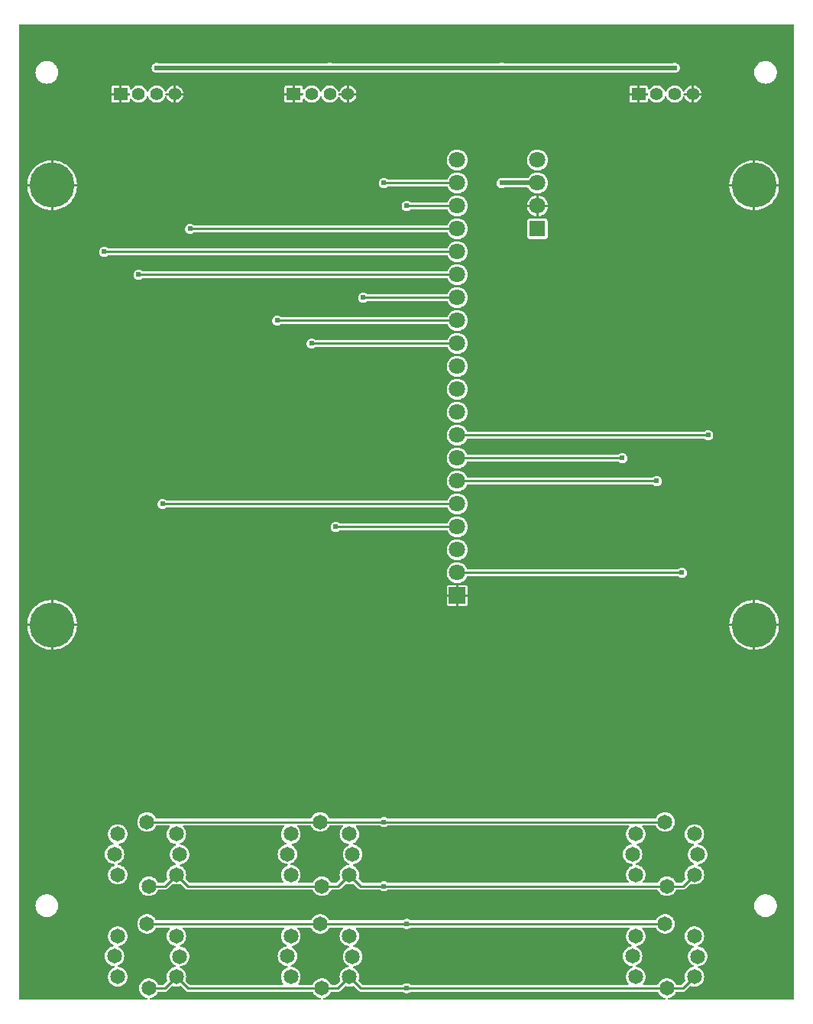
<source format=gbl>
G04 Layer: BottomLayer*
G04 EasyEDA v6.5.29, 2023-07-18 10:59:27*
G04 edb8639753f2491aa550edbca108bfa0,5a6b42c53f6a479593ecc07194224c93,10*
G04 Gerber Generator version 0.2*
G04 Scale: 100 percent, Rotated: No, Reflected: No *
G04 Dimensions in millimeters *
G04 leading zeros omitted , absolute positions ,4 integer and 5 decimal *
%FSLAX45Y45*%
%MOMM*%

%AMMACRO1*21,1,$1,$2,0,0,$3*%
%ADD10C,0.2540*%
%ADD11C,0.5000*%
%ADD12C,1.8000*%
%ADD13R,1.7000X1.8000*%
%ADD14MACRO1,1.8X1.8X90.0000*%
%ADD15C,1.6500*%
%ADD16C,1.4000*%
%ADD17R,1.5240X1.4000*%
%ADD18C,5.0000*%
%ADD19C,0.6096*%
%ADD20C,0.0137*%

%LPD*%
G36*
X2166518Y1016508D02*
G01*
X2162606Y1017269D01*
X2159304Y1019505D01*
X2122881Y1055928D01*
X2120747Y1059027D01*
X2119884Y1062685D01*
X2120442Y1066393D01*
X2123998Y1076858D01*
X2126742Y1090777D01*
X2127707Y1104900D01*
X2126742Y1119022D01*
X2123998Y1132941D01*
X2119426Y1146352D01*
X2113178Y1159103D01*
X2105304Y1170889D01*
X2095957Y1181557D01*
X2085289Y1190904D01*
X2073503Y1198778D01*
X2064461Y1203198D01*
X2061006Y1205992D01*
X2059076Y1209903D01*
X2058974Y1214323D01*
X2060752Y1218336D01*
X2064054Y1221232D01*
X2068474Y1222502D01*
X2082393Y1225245D01*
X2095804Y1229817D01*
X2108555Y1236065D01*
X2120341Y1243939D01*
X2131009Y1253286D01*
X2140356Y1263954D01*
X2148230Y1275740D01*
X2154478Y1288491D01*
X2159050Y1301902D01*
X2161794Y1315821D01*
X2162759Y1329944D01*
X2161794Y1344066D01*
X2159050Y1357985D01*
X2154478Y1371396D01*
X2148230Y1384147D01*
X2140356Y1395933D01*
X2131009Y1406601D01*
X2120341Y1415948D01*
X2108555Y1423822D01*
X2095804Y1430070D01*
X2082393Y1434642D01*
X2068271Y1437436D01*
X2064054Y1438656D01*
X2060752Y1441551D01*
X2058974Y1445564D01*
X2059076Y1449984D01*
X2061006Y1453896D01*
X2064461Y1456690D01*
X2073503Y1461109D01*
X2085289Y1468983D01*
X2095957Y1478330D01*
X2105304Y1488998D01*
X2113178Y1500784D01*
X2119426Y1513535D01*
X2123998Y1526946D01*
X2126742Y1540865D01*
X2127707Y1554988D01*
X2126742Y1569110D01*
X2123998Y1583029D01*
X2119426Y1596440D01*
X2113178Y1609191D01*
X2105304Y1620977D01*
X2095957Y1631645D01*
X2093823Y1633474D01*
X2091385Y1636725D01*
X2090369Y1640687D01*
X2091029Y1644700D01*
X2093163Y1648155D01*
X2096516Y1650441D01*
X2100529Y1651254D01*
X3205784Y1651254D01*
X3209798Y1650441D01*
X3213150Y1648155D01*
X3215284Y1644700D01*
X3215944Y1640687D01*
X3214928Y1636725D01*
X3212490Y1633474D01*
X3210356Y1631645D01*
X3201009Y1620977D01*
X3193135Y1609191D01*
X3186887Y1596440D01*
X3182315Y1583029D01*
X3179572Y1569110D01*
X3178606Y1554988D01*
X3179572Y1540865D01*
X3182315Y1526946D01*
X3186887Y1513535D01*
X3193135Y1500784D01*
X3201009Y1488998D01*
X3210356Y1478330D01*
X3221024Y1468983D01*
X3232810Y1461109D01*
X3236315Y1459382D01*
X3239617Y1456791D01*
X3241598Y1453134D01*
X3241903Y1448968D01*
X3240532Y1445006D01*
X3237687Y1441958D01*
X3233826Y1440332D01*
X3223158Y1438198D01*
X3209747Y1433626D01*
X3196996Y1427378D01*
X3185210Y1419504D01*
X3174542Y1410157D01*
X3165195Y1399489D01*
X3157321Y1387703D01*
X3151073Y1374952D01*
X3146501Y1361541D01*
X3143758Y1347622D01*
X3142792Y1333500D01*
X3143758Y1319377D01*
X3146501Y1305458D01*
X3151073Y1292047D01*
X3157321Y1279296D01*
X3165195Y1267510D01*
X3174542Y1256842D01*
X3185210Y1247495D01*
X3196996Y1239621D01*
X3209747Y1233373D01*
X3223158Y1228801D01*
X3237077Y1226058D01*
X3245053Y1225499D01*
X3248914Y1224483D01*
X3252063Y1222095D01*
X3254044Y1218641D01*
X3254552Y1214729D01*
X3253536Y1210868D01*
X3251098Y1207719D01*
X3247644Y1205738D01*
X3245561Y1205026D01*
X3232810Y1198778D01*
X3221024Y1190904D01*
X3210356Y1181557D01*
X3201009Y1170889D01*
X3193135Y1159103D01*
X3186887Y1146352D01*
X3182315Y1132941D01*
X3179572Y1119022D01*
X3178606Y1104900D01*
X3179572Y1090777D01*
X3182315Y1076858D01*
X3186887Y1063447D01*
X3193135Y1050696D01*
X3201009Y1038910D01*
X3205886Y1033373D01*
X3207816Y1030020D01*
X3208426Y1026210D01*
X3207512Y1022451D01*
X3205276Y1019352D01*
X3202025Y1017219D01*
X3198266Y1016508D01*
G37*

%LPD*%
G36*
X3375761Y1016508D02*
G01*
X3372002Y1017219D01*
X3368751Y1019352D01*
X3366515Y1022451D01*
X3365601Y1026210D01*
X3366211Y1030020D01*
X3368141Y1033373D01*
X3373018Y1038910D01*
X3380892Y1050696D01*
X3387140Y1063447D01*
X3391712Y1076858D01*
X3394456Y1090777D01*
X3395421Y1104900D01*
X3394456Y1119022D01*
X3391712Y1132941D01*
X3387140Y1146352D01*
X3380892Y1159103D01*
X3373018Y1170889D01*
X3363671Y1181557D01*
X3353003Y1190904D01*
X3341217Y1198778D01*
X3328466Y1205026D01*
X3315055Y1209598D01*
X3301136Y1212342D01*
X3293160Y1212900D01*
X3289300Y1213916D01*
X3286150Y1216304D01*
X3284169Y1219758D01*
X3283661Y1223670D01*
X3284677Y1227531D01*
X3287115Y1230680D01*
X3290570Y1232662D01*
X3292652Y1233373D01*
X3305403Y1239621D01*
X3317189Y1247495D01*
X3327857Y1256842D01*
X3337204Y1267510D01*
X3345078Y1279296D01*
X3351326Y1292047D01*
X3355898Y1305458D01*
X3358642Y1319377D01*
X3359607Y1333500D01*
X3358642Y1347622D01*
X3355898Y1361541D01*
X3351326Y1374952D01*
X3345078Y1387703D01*
X3337204Y1399489D01*
X3327857Y1410157D01*
X3317189Y1419504D01*
X3305403Y1427378D01*
X3301898Y1429105D01*
X3298596Y1431696D01*
X3296615Y1435354D01*
X3296310Y1439519D01*
X3297682Y1443482D01*
X3300526Y1446530D01*
X3304387Y1448155D01*
X3315055Y1450289D01*
X3328466Y1454861D01*
X3341217Y1461109D01*
X3353003Y1468983D01*
X3363671Y1478330D01*
X3373018Y1488998D01*
X3380892Y1500784D01*
X3387140Y1513535D01*
X3391712Y1526946D01*
X3394456Y1540865D01*
X3395421Y1554988D01*
X3394456Y1569110D01*
X3391712Y1583029D01*
X3387140Y1596440D01*
X3380892Y1609191D01*
X3373018Y1620977D01*
X3363671Y1631645D01*
X3361537Y1633474D01*
X3359099Y1636725D01*
X3358083Y1640687D01*
X3358743Y1644700D01*
X3360877Y1648155D01*
X3364229Y1650441D01*
X3368243Y1651254D01*
X3504133Y1651254D01*
X3507790Y1650593D01*
X3510991Y1648612D01*
X3513226Y1645615D01*
X3518154Y1635658D01*
X3526028Y1623872D01*
X3535375Y1613204D01*
X3546043Y1603857D01*
X3557828Y1595983D01*
X3570528Y1589735D01*
X3583940Y1585163D01*
X3597859Y1582420D01*
X3612032Y1581454D01*
X3626154Y1582420D01*
X3640074Y1585163D01*
X3653485Y1589735D01*
X3666185Y1595983D01*
X3677970Y1603857D01*
X3688638Y1613204D01*
X3697986Y1623872D01*
X3705860Y1635658D01*
X3710787Y1645615D01*
X3713022Y1648612D01*
X3716223Y1650593D01*
X3719880Y1651254D01*
X3855770Y1651254D01*
X3859784Y1650441D01*
X3863136Y1648155D01*
X3865270Y1644700D01*
X3865930Y1640687D01*
X3864914Y1636725D01*
X3862476Y1633474D01*
X3860342Y1631645D01*
X3850995Y1620977D01*
X3843121Y1609191D01*
X3836873Y1596440D01*
X3832301Y1583029D01*
X3829558Y1569110D01*
X3828592Y1554988D01*
X3829558Y1540865D01*
X3832301Y1526946D01*
X3836873Y1513535D01*
X3843121Y1500784D01*
X3850995Y1488998D01*
X3860342Y1478330D01*
X3871010Y1468983D01*
X3882796Y1461109D01*
X3895547Y1454861D01*
X3908958Y1450289D01*
X3923080Y1447495D01*
X3927297Y1446276D01*
X3930599Y1443380D01*
X3932377Y1439367D01*
X3932275Y1434947D01*
X3930345Y1431036D01*
X3926890Y1428242D01*
X3917848Y1423822D01*
X3906062Y1415948D01*
X3895394Y1406601D01*
X3886047Y1395933D01*
X3878173Y1384147D01*
X3871925Y1371396D01*
X3867353Y1357985D01*
X3864610Y1344066D01*
X3863644Y1329944D01*
X3864610Y1315821D01*
X3867353Y1301902D01*
X3871925Y1288491D01*
X3878173Y1275740D01*
X3886047Y1263954D01*
X3895394Y1253286D01*
X3906062Y1243939D01*
X3917848Y1236065D01*
X3926890Y1231646D01*
X3930345Y1228852D01*
X3932275Y1224940D01*
X3932377Y1220520D01*
X3930599Y1216507D01*
X3927297Y1213612D01*
X3922877Y1212342D01*
X3908958Y1209598D01*
X3895547Y1205026D01*
X3882796Y1198778D01*
X3871010Y1190904D01*
X3860342Y1181557D01*
X3850995Y1170889D01*
X3843121Y1159103D01*
X3836873Y1146352D01*
X3832301Y1132941D01*
X3829558Y1119022D01*
X3828592Y1104900D01*
X3829558Y1090777D01*
X3832301Y1076858D01*
X3835857Y1066393D01*
X3836415Y1062685D01*
X3835552Y1059027D01*
X3833418Y1055928D01*
X3796995Y1019505D01*
X3793693Y1017269D01*
X3789781Y1016508D01*
X3740048Y1016508D01*
X3736390Y1017219D01*
X3733190Y1019200D01*
X3730955Y1022197D01*
X3726078Y1032103D01*
X3718204Y1043889D01*
X3708857Y1054557D01*
X3698189Y1063904D01*
X3686403Y1071778D01*
X3673652Y1078026D01*
X3660241Y1082598D01*
X3646322Y1085342D01*
X3632200Y1086307D01*
X3618077Y1085342D01*
X3604158Y1082598D01*
X3590747Y1078026D01*
X3577996Y1071778D01*
X3566210Y1063904D01*
X3555542Y1054557D01*
X3546195Y1043889D01*
X3538321Y1032103D01*
X3533444Y1022197D01*
X3531209Y1019200D01*
X3528009Y1017219D01*
X3524351Y1016508D01*
G37*

%LPD*%
G36*
X4084218Y1016508D02*
G01*
X4080306Y1017269D01*
X4077004Y1019505D01*
X4040581Y1055928D01*
X4038447Y1059027D01*
X4037584Y1062685D01*
X4038142Y1066393D01*
X4041698Y1076858D01*
X4044442Y1090777D01*
X4045407Y1104900D01*
X4044442Y1119022D01*
X4041698Y1132941D01*
X4037126Y1146352D01*
X4030878Y1159103D01*
X4023004Y1170889D01*
X4013657Y1181557D01*
X4002989Y1190904D01*
X3991203Y1198778D01*
X3982161Y1203198D01*
X3978706Y1205992D01*
X3976776Y1209903D01*
X3976674Y1214323D01*
X3978452Y1218336D01*
X3981754Y1221232D01*
X3986174Y1222502D01*
X4000093Y1225245D01*
X4013504Y1229817D01*
X4026255Y1236065D01*
X4038041Y1243939D01*
X4048709Y1253286D01*
X4058056Y1263954D01*
X4065930Y1275740D01*
X4072178Y1288491D01*
X4076750Y1301902D01*
X4079494Y1315821D01*
X4080459Y1329944D01*
X4079494Y1344066D01*
X4076750Y1357985D01*
X4072178Y1371396D01*
X4065930Y1384147D01*
X4058056Y1395933D01*
X4048709Y1406601D01*
X4038041Y1415948D01*
X4026255Y1423822D01*
X4013504Y1430070D01*
X4000093Y1434642D01*
X3985971Y1437436D01*
X3981754Y1438656D01*
X3978452Y1441551D01*
X3976674Y1445564D01*
X3976776Y1449984D01*
X3978706Y1453896D01*
X3982161Y1456690D01*
X3991203Y1461109D01*
X4002989Y1468983D01*
X4013657Y1478330D01*
X4023004Y1488998D01*
X4030878Y1500784D01*
X4037126Y1513535D01*
X4041698Y1526946D01*
X4044442Y1540865D01*
X4045407Y1554988D01*
X4044442Y1569110D01*
X4041698Y1583029D01*
X4037126Y1596440D01*
X4030878Y1609191D01*
X4023004Y1620977D01*
X4013657Y1631645D01*
X4011523Y1633474D01*
X4009085Y1636725D01*
X4008069Y1640687D01*
X4008729Y1644700D01*
X4010863Y1648155D01*
X4014215Y1650441D01*
X4018229Y1651254D01*
X4526686Y1651254D01*
X4530547Y1650492D01*
X4533849Y1648307D01*
X4535424Y1646732D01*
X4543501Y1641093D01*
X4552391Y1636928D01*
X4561890Y1634388D01*
X4571695Y1633524D01*
X4581448Y1634388D01*
X4590948Y1636928D01*
X4599838Y1641093D01*
X4607915Y1646732D01*
X4609490Y1648307D01*
X4612792Y1650492D01*
X4616653Y1651254D01*
X7028484Y1651254D01*
X7032498Y1650441D01*
X7035850Y1648155D01*
X7037984Y1644700D01*
X7038644Y1640687D01*
X7037628Y1636725D01*
X7035190Y1633474D01*
X7033056Y1631645D01*
X7023709Y1620977D01*
X7015835Y1609191D01*
X7009587Y1596440D01*
X7005015Y1583029D01*
X7002272Y1569110D01*
X7001306Y1554988D01*
X7002272Y1540865D01*
X7005015Y1526946D01*
X7009587Y1513535D01*
X7015835Y1500784D01*
X7023709Y1488998D01*
X7033056Y1478330D01*
X7043724Y1468983D01*
X7055510Y1461109D01*
X7059015Y1459382D01*
X7062317Y1456791D01*
X7064298Y1453134D01*
X7064603Y1448968D01*
X7063231Y1445006D01*
X7060387Y1441958D01*
X7056526Y1440332D01*
X7045858Y1438198D01*
X7032447Y1433626D01*
X7019696Y1427378D01*
X7007910Y1419504D01*
X6997242Y1410157D01*
X6987895Y1399489D01*
X6980021Y1387703D01*
X6973773Y1374952D01*
X6969201Y1361541D01*
X6966458Y1347622D01*
X6965492Y1333500D01*
X6966458Y1319377D01*
X6969201Y1305458D01*
X6973773Y1292047D01*
X6980021Y1279296D01*
X6987895Y1267510D01*
X6997242Y1256842D01*
X7007910Y1247495D01*
X7019696Y1239621D01*
X7032447Y1233373D01*
X7045858Y1228801D01*
X7059777Y1226058D01*
X7067753Y1225499D01*
X7071614Y1224483D01*
X7074763Y1222095D01*
X7076744Y1218641D01*
X7077252Y1214729D01*
X7076236Y1210868D01*
X7073798Y1207719D01*
X7070344Y1205738D01*
X7068261Y1205026D01*
X7055510Y1198778D01*
X7043724Y1190904D01*
X7033056Y1181557D01*
X7023709Y1170889D01*
X7015835Y1159103D01*
X7009587Y1146352D01*
X7005015Y1132941D01*
X7002272Y1119022D01*
X7001306Y1104900D01*
X7002272Y1090777D01*
X7005015Y1076858D01*
X7009587Y1063447D01*
X7015835Y1050696D01*
X7023709Y1038910D01*
X7028586Y1033373D01*
X7030516Y1030020D01*
X7031126Y1026210D01*
X7030212Y1022451D01*
X7027976Y1019352D01*
X7024725Y1017219D01*
X7020966Y1016508D01*
X4616653Y1016508D01*
X4612792Y1017269D01*
X4609490Y1019505D01*
X4607915Y1021080D01*
X4599838Y1026718D01*
X4590948Y1030833D01*
X4581448Y1033373D01*
X4571695Y1034237D01*
X4561890Y1033373D01*
X4552391Y1030833D01*
X4543501Y1026718D01*
X4535424Y1021080D01*
X4533849Y1019505D01*
X4530547Y1017269D01*
X4526686Y1016508D01*
G37*

%LPD*%
G36*
X1736089Y851408D02*
G01*
X1731975Y852271D01*
X1728520Y854811D01*
X1726438Y858469D01*
X1726031Y862685D01*
X1727352Y866749D01*
X1730248Y869848D01*
X1734108Y871524D01*
X1742541Y873201D01*
X1755952Y877773D01*
X1768703Y884021D01*
X1780489Y891895D01*
X1791157Y901242D01*
X1800504Y911910D01*
X1808378Y923696D01*
X1813255Y933602D01*
X1815490Y936599D01*
X1818690Y938580D01*
X1822348Y939292D01*
X1891792Y939292D01*
X1899818Y940104D01*
X1907032Y942289D01*
X1913737Y945845D01*
X1919935Y950976D01*
X1970328Y1001318D01*
X1973427Y1003452D01*
X1977085Y1004316D01*
X1980793Y1003757D01*
X1991258Y1000201D01*
X2005177Y997458D01*
X2019300Y996492D01*
X2033422Y997458D01*
X2047341Y1000201D01*
X2057806Y1003757D01*
X2061514Y1004316D01*
X2065172Y1003452D01*
X2068271Y1001318D01*
X2118664Y950976D01*
X2124862Y945845D01*
X2131568Y942289D01*
X2138781Y940104D01*
X2146808Y939292D01*
X3524351Y939292D01*
X3528009Y938580D01*
X3531209Y936599D01*
X3533444Y933602D01*
X3538321Y923696D01*
X3546195Y911910D01*
X3555542Y901242D01*
X3566210Y891895D01*
X3577996Y884021D01*
X3590747Y877773D01*
X3604158Y873201D01*
X3612591Y871524D01*
X3616451Y869848D01*
X3619347Y866749D01*
X3620668Y862685D01*
X3620262Y858469D01*
X3618179Y854811D01*
X3614724Y852271D01*
X3610610Y851408D01*
G37*

%LPD*%
G36*
X290068Y851408D02*
G01*
X286156Y852169D01*
X282905Y854405D01*
X280670Y857656D01*
X279908Y861568D01*
X279908Y11647932D01*
X280670Y11651843D01*
X282905Y11655094D01*
X286156Y11657330D01*
X290068Y11658092D01*
X8853932Y11658092D01*
X8857843Y11657330D01*
X8861094Y11655094D01*
X8863330Y11651843D01*
X8864092Y11647932D01*
X8864092Y861568D01*
X8863330Y857656D01*
X8861094Y854405D01*
X8857843Y852169D01*
X8853932Y851408D01*
X7476490Y851408D01*
X7472375Y852271D01*
X7468920Y854811D01*
X7466838Y858469D01*
X7466431Y862685D01*
X7467752Y866749D01*
X7470648Y869848D01*
X7474508Y871524D01*
X7482941Y873201D01*
X7496352Y877773D01*
X7509103Y884021D01*
X7520889Y891895D01*
X7531557Y901242D01*
X7540904Y911910D01*
X7548778Y923696D01*
X7553655Y933602D01*
X7555890Y936599D01*
X7559090Y938580D01*
X7562748Y939292D01*
X7632192Y939292D01*
X7640218Y940104D01*
X7647431Y942289D01*
X7654137Y945845D01*
X7660335Y950976D01*
X7710728Y1001318D01*
X7713827Y1003452D01*
X7717485Y1004316D01*
X7721193Y1003757D01*
X7731658Y1000201D01*
X7745577Y997458D01*
X7759700Y996492D01*
X7773822Y997458D01*
X7787741Y1000201D01*
X7801152Y1004773D01*
X7813903Y1011021D01*
X7825689Y1018895D01*
X7836357Y1028242D01*
X7845704Y1038910D01*
X7853578Y1050696D01*
X7859826Y1063447D01*
X7864398Y1076858D01*
X7867142Y1090777D01*
X7868107Y1104900D01*
X7867142Y1119022D01*
X7864398Y1132941D01*
X7859826Y1146352D01*
X7853578Y1159103D01*
X7845704Y1170889D01*
X7836357Y1181557D01*
X7825689Y1190904D01*
X7813903Y1198778D01*
X7804861Y1203198D01*
X7801406Y1205992D01*
X7799476Y1209903D01*
X7799374Y1214323D01*
X7801152Y1218336D01*
X7804454Y1221232D01*
X7808874Y1222502D01*
X7822793Y1225245D01*
X7836204Y1229817D01*
X7848955Y1236065D01*
X7860741Y1243939D01*
X7871409Y1253286D01*
X7880756Y1263954D01*
X7888630Y1275740D01*
X7894878Y1288491D01*
X7899450Y1301902D01*
X7902194Y1315821D01*
X7903159Y1329944D01*
X7902194Y1344066D01*
X7899450Y1357985D01*
X7894878Y1371396D01*
X7888630Y1384147D01*
X7880756Y1395933D01*
X7871409Y1406601D01*
X7860741Y1415948D01*
X7848955Y1423822D01*
X7836204Y1430070D01*
X7822793Y1434642D01*
X7808671Y1437436D01*
X7804454Y1438656D01*
X7801152Y1441551D01*
X7799374Y1445564D01*
X7799476Y1449984D01*
X7801406Y1453896D01*
X7804861Y1456690D01*
X7813903Y1461109D01*
X7825689Y1468983D01*
X7836357Y1478330D01*
X7845704Y1488998D01*
X7853578Y1500784D01*
X7859826Y1513535D01*
X7864398Y1526946D01*
X7867142Y1540865D01*
X7868107Y1554988D01*
X7867142Y1569110D01*
X7864398Y1583029D01*
X7859826Y1596440D01*
X7853578Y1609191D01*
X7845704Y1620977D01*
X7836357Y1631645D01*
X7825689Y1640992D01*
X7813903Y1648866D01*
X7801152Y1655114D01*
X7787741Y1659686D01*
X7773822Y1662430D01*
X7759700Y1663395D01*
X7745577Y1662430D01*
X7731658Y1659686D01*
X7718247Y1655114D01*
X7705496Y1648866D01*
X7693710Y1640992D01*
X7683042Y1631645D01*
X7673695Y1620977D01*
X7665821Y1609191D01*
X7659573Y1596440D01*
X7655001Y1583029D01*
X7652258Y1569110D01*
X7651292Y1554988D01*
X7652258Y1540865D01*
X7655001Y1526946D01*
X7659573Y1513535D01*
X7665821Y1500784D01*
X7673695Y1488998D01*
X7683042Y1478330D01*
X7693710Y1468983D01*
X7705496Y1461109D01*
X7718247Y1454861D01*
X7731658Y1450289D01*
X7745780Y1447495D01*
X7749997Y1446276D01*
X7753299Y1443380D01*
X7755077Y1439367D01*
X7754975Y1434947D01*
X7753045Y1431036D01*
X7749590Y1428242D01*
X7740548Y1423822D01*
X7728762Y1415948D01*
X7718094Y1406601D01*
X7708747Y1395933D01*
X7700873Y1384147D01*
X7694625Y1371396D01*
X7690053Y1357985D01*
X7687309Y1344066D01*
X7686344Y1329944D01*
X7687309Y1315821D01*
X7690053Y1301902D01*
X7694625Y1288491D01*
X7700873Y1275740D01*
X7708747Y1263954D01*
X7718094Y1253286D01*
X7728762Y1243939D01*
X7740548Y1236065D01*
X7749590Y1231646D01*
X7753045Y1228852D01*
X7754975Y1224940D01*
X7755077Y1220520D01*
X7753299Y1216507D01*
X7749997Y1213612D01*
X7745577Y1212342D01*
X7731658Y1209598D01*
X7718247Y1205026D01*
X7705496Y1198778D01*
X7693710Y1190904D01*
X7683042Y1181557D01*
X7673695Y1170889D01*
X7665821Y1159103D01*
X7659573Y1146352D01*
X7655001Y1132941D01*
X7652258Y1119022D01*
X7651292Y1104900D01*
X7652258Y1090777D01*
X7655001Y1076858D01*
X7658557Y1066393D01*
X7659116Y1062685D01*
X7658252Y1059027D01*
X7656118Y1055928D01*
X7619695Y1019505D01*
X7616393Y1017269D01*
X7612481Y1016508D01*
X7562748Y1016508D01*
X7559090Y1017219D01*
X7555890Y1019200D01*
X7553655Y1022197D01*
X7548778Y1032103D01*
X7540904Y1043889D01*
X7531557Y1054557D01*
X7520889Y1063904D01*
X7509103Y1071778D01*
X7496352Y1078026D01*
X7482941Y1082598D01*
X7469022Y1085342D01*
X7454900Y1086307D01*
X7440777Y1085342D01*
X7426858Y1082598D01*
X7413447Y1078026D01*
X7400696Y1071778D01*
X7388910Y1063904D01*
X7378242Y1054557D01*
X7368895Y1043889D01*
X7361021Y1032103D01*
X7356144Y1022197D01*
X7353909Y1019200D01*
X7350709Y1017219D01*
X7347051Y1016508D01*
X7198461Y1016508D01*
X7194702Y1017219D01*
X7191451Y1019352D01*
X7189216Y1022451D01*
X7188301Y1026210D01*
X7188911Y1030020D01*
X7190841Y1033373D01*
X7195718Y1038910D01*
X7203592Y1050696D01*
X7209840Y1063447D01*
X7214412Y1076858D01*
X7217156Y1090777D01*
X7218121Y1104900D01*
X7217156Y1119022D01*
X7214412Y1132941D01*
X7209840Y1146352D01*
X7203592Y1159103D01*
X7195718Y1170889D01*
X7186371Y1181557D01*
X7175703Y1190904D01*
X7163917Y1198778D01*
X7151166Y1205026D01*
X7137755Y1209598D01*
X7123836Y1212342D01*
X7115860Y1212900D01*
X7112000Y1213916D01*
X7108850Y1216304D01*
X7106869Y1219758D01*
X7106361Y1223670D01*
X7107377Y1227531D01*
X7109815Y1230680D01*
X7113270Y1232662D01*
X7115352Y1233373D01*
X7128103Y1239621D01*
X7139889Y1247495D01*
X7150557Y1256842D01*
X7159904Y1267510D01*
X7167778Y1279296D01*
X7174026Y1292047D01*
X7178598Y1305458D01*
X7181342Y1319377D01*
X7182307Y1333500D01*
X7181342Y1347622D01*
X7178598Y1361541D01*
X7174026Y1374952D01*
X7167778Y1387703D01*
X7159904Y1399489D01*
X7150557Y1410157D01*
X7139889Y1419504D01*
X7128103Y1427378D01*
X7124598Y1429105D01*
X7121296Y1431696D01*
X7119315Y1435354D01*
X7119010Y1439519D01*
X7120381Y1443482D01*
X7123226Y1446530D01*
X7127087Y1448155D01*
X7137755Y1450289D01*
X7151166Y1454861D01*
X7163917Y1461109D01*
X7175703Y1468983D01*
X7186371Y1478330D01*
X7195718Y1488998D01*
X7203592Y1500784D01*
X7209840Y1513535D01*
X7214412Y1526946D01*
X7217156Y1540865D01*
X7218121Y1554988D01*
X7217156Y1569110D01*
X7214412Y1583029D01*
X7209840Y1596440D01*
X7203592Y1609191D01*
X7195718Y1620977D01*
X7186371Y1631645D01*
X7184237Y1633474D01*
X7181799Y1636725D01*
X7180783Y1640687D01*
X7181443Y1644700D01*
X7183577Y1648155D01*
X7186930Y1650441D01*
X7190943Y1651254D01*
X7326833Y1651254D01*
X7330490Y1650593D01*
X7333691Y1648612D01*
X7335926Y1645615D01*
X7340853Y1635658D01*
X7348728Y1623872D01*
X7358075Y1613204D01*
X7368743Y1603857D01*
X7380528Y1595983D01*
X7393228Y1589735D01*
X7406640Y1585163D01*
X7420559Y1582420D01*
X7434732Y1581454D01*
X7448854Y1582420D01*
X7462774Y1585163D01*
X7476185Y1589735D01*
X7488885Y1595983D01*
X7500670Y1603857D01*
X7511338Y1613204D01*
X7520686Y1623872D01*
X7528559Y1635658D01*
X7534859Y1648409D01*
X7539380Y1661820D01*
X7542174Y1675739D01*
X7543088Y1689862D01*
X7542174Y1703984D01*
X7539380Y1717903D01*
X7534859Y1731314D01*
X7528559Y1744065D01*
X7520686Y1755851D01*
X7511338Y1766519D01*
X7500670Y1775866D01*
X7488885Y1783740D01*
X7476185Y1789988D01*
X7462774Y1794560D01*
X7448854Y1797304D01*
X7434732Y1798269D01*
X7420559Y1797304D01*
X7406640Y1794560D01*
X7393228Y1789988D01*
X7380528Y1783740D01*
X7368743Y1775866D01*
X7358075Y1766519D01*
X7348728Y1755851D01*
X7340853Y1744065D01*
X7335977Y1734159D01*
X7333691Y1731162D01*
X7330541Y1729181D01*
X7326833Y1728470D01*
X4616653Y1728470D01*
X4612792Y1729282D01*
X4609490Y1731467D01*
X4607915Y1733042D01*
X4599838Y1738680D01*
X4590948Y1742846D01*
X4581448Y1745386D01*
X4571695Y1746250D01*
X4561890Y1745386D01*
X4552391Y1742846D01*
X4543501Y1738680D01*
X4535424Y1733042D01*
X4533849Y1731467D01*
X4530547Y1729282D01*
X4526686Y1728470D01*
X3719880Y1728470D01*
X3716172Y1729181D01*
X3713022Y1731162D01*
X3710736Y1734159D01*
X3705860Y1744065D01*
X3697986Y1755851D01*
X3688638Y1766519D01*
X3677970Y1775866D01*
X3666185Y1783740D01*
X3653485Y1789988D01*
X3640074Y1794560D01*
X3626154Y1797304D01*
X3612032Y1798269D01*
X3597859Y1797304D01*
X3583940Y1794560D01*
X3570528Y1789988D01*
X3557828Y1783740D01*
X3546043Y1775866D01*
X3535375Y1766519D01*
X3526028Y1755851D01*
X3518154Y1744065D01*
X3513277Y1734159D01*
X3510991Y1731162D01*
X3507841Y1729181D01*
X3504133Y1728470D01*
X1802180Y1728470D01*
X1798472Y1729181D01*
X1795322Y1731162D01*
X1793036Y1734159D01*
X1788160Y1744065D01*
X1780286Y1755851D01*
X1770938Y1766519D01*
X1760270Y1775866D01*
X1748485Y1783740D01*
X1735785Y1789988D01*
X1722374Y1794560D01*
X1708454Y1797304D01*
X1694332Y1798269D01*
X1680159Y1797304D01*
X1666239Y1794560D01*
X1652828Y1789988D01*
X1640128Y1783740D01*
X1628343Y1775866D01*
X1617675Y1766519D01*
X1608328Y1755851D01*
X1600454Y1744065D01*
X1594154Y1731314D01*
X1589633Y1717903D01*
X1586839Y1703984D01*
X1585925Y1689862D01*
X1586839Y1675739D01*
X1589633Y1661820D01*
X1594154Y1648409D01*
X1600454Y1635658D01*
X1608328Y1623872D01*
X1617675Y1613204D01*
X1628343Y1603857D01*
X1640128Y1595983D01*
X1652828Y1589735D01*
X1666239Y1585163D01*
X1680159Y1582420D01*
X1694332Y1581454D01*
X1708454Y1582420D01*
X1722374Y1585163D01*
X1735785Y1589735D01*
X1748485Y1595983D01*
X1760270Y1603857D01*
X1770938Y1613204D01*
X1780286Y1623872D01*
X1788160Y1635658D01*
X1793087Y1645615D01*
X1795322Y1648612D01*
X1798523Y1650593D01*
X1802180Y1651254D01*
X1938070Y1651254D01*
X1942084Y1650441D01*
X1945436Y1648155D01*
X1947570Y1644700D01*
X1948230Y1640687D01*
X1947214Y1636725D01*
X1944776Y1633474D01*
X1942642Y1631645D01*
X1933295Y1620977D01*
X1925421Y1609191D01*
X1919173Y1596440D01*
X1914601Y1583029D01*
X1911857Y1569110D01*
X1910892Y1554988D01*
X1911857Y1540865D01*
X1914601Y1526946D01*
X1919173Y1513535D01*
X1925421Y1500784D01*
X1933295Y1488998D01*
X1942642Y1478330D01*
X1953310Y1468983D01*
X1965096Y1461109D01*
X1977847Y1454861D01*
X1991258Y1450289D01*
X2005380Y1447495D01*
X2009597Y1446276D01*
X2012899Y1443380D01*
X2014677Y1439367D01*
X2014575Y1434947D01*
X2012645Y1431036D01*
X2009190Y1428242D01*
X2000148Y1423822D01*
X1988362Y1415948D01*
X1977694Y1406601D01*
X1968347Y1395933D01*
X1960473Y1384147D01*
X1954225Y1371396D01*
X1949653Y1357985D01*
X1946910Y1344066D01*
X1945944Y1329944D01*
X1946910Y1315821D01*
X1949653Y1301902D01*
X1954225Y1288491D01*
X1960473Y1275740D01*
X1968347Y1263954D01*
X1977694Y1253286D01*
X1988362Y1243939D01*
X2000148Y1236065D01*
X2009190Y1231646D01*
X2012645Y1228852D01*
X2014575Y1224940D01*
X2014677Y1220520D01*
X2012899Y1216507D01*
X2009597Y1213612D01*
X2005177Y1212342D01*
X1991258Y1209598D01*
X1977847Y1205026D01*
X1965096Y1198778D01*
X1953310Y1190904D01*
X1942642Y1181557D01*
X1933295Y1170889D01*
X1925421Y1159103D01*
X1919173Y1146352D01*
X1914601Y1132941D01*
X1911857Y1119022D01*
X1910892Y1104900D01*
X1911857Y1090777D01*
X1914601Y1076858D01*
X1918157Y1066393D01*
X1918716Y1062685D01*
X1917852Y1059027D01*
X1915718Y1055928D01*
X1879295Y1019505D01*
X1875993Y1017269D01*
X1872081Y1016508D01*
X1822348Y1016508D01*
X1818690Y1017219D01*
X1815490Y1019200D01*
X1813255Y1022197D01*
X1808378Y1032103D01*
X1800504Y1043889D01*
X1791157Y1054557D01*
X1780489Y1063904D01*
X1768703Y1071778D01*
X1755952Y1078026D01*
X1742541Y1082598D01*
X1728622Y1085342D01*
X1714500Y1086307D01*
X1700377Y1085342D01*
X1686458Y1082598D01*
X1673047Y1078026D01*
X1660296Y1071778D01*
X1648510Y1063904D01*
X1637842Y1054557D01*
X1628495Y1043889D01*
X1620621Y1032103D01*
X1614373Y1019352D01*
X1609801Y1005941D01*
X1607058Y992022D01*
X1606092Y977900D01*
X1607058Y963777D01*
X1609801Y949858D01*
X1614373Y936447D01*
X1620621Y923696D01*
X1628495Y911910D01*
X1637842Y901242D01*
X1648510Y891895D01*
X1660296Y884021D01*
X1673047Y877773D01*
X1686458Y873201D01*
X1694891Y871524D01*
X1698752Y869848D01*
X1701647Y866749D01*
X1702968Y862685D01*
X1702562Y858469D01*
X1700479Y854811D01*
X1697024Y852271D01*
X1692910Y851408D01*
G37*

%LPC*%
G36*
X1801825Y11119662D02*
G01*
X1811578Y11120526D01*
X1821078Y11123066D01*
X1823415Y11124133D01*
X1827682Y11125098D01*
X3693617Y11125098D01*
X3697884Y11124133D01*
X3700221Y11123066D01*
X3709720Y11120526D01*
X3719525Y11119662D01*
X3729278Y11120526D01*
X3738778Y11123066D01*
X3741115Y11124133D01*
X3745382Y11125098D01*
X5598617Y11125098D01*
X5602884Y11124133D01*
X5605221Y11123066D01*
X5614720Y11120526D01*
X5624525Y11119662D01*
X5634278Y11120526D01*
X5643778Y11123066D01*
X5646115Y11124133D01*
X5650382Y11125098D01*
X7516317Y11125098D01*
X7520584Y11124133D01*
X7522921Y11123066D01*
X7532420Y11120526D01*
X7542225Y11119662D01*
X7551978Y11120526D01*
X7561478Y11123066D01*
X7570368Y11127181D01*
X7578445Y11132820D01*
X7585354Y11139779D01*
X7590993Y11147806D01*
X7595158Y11156746D01*
X7597698Y11166195D01*
X7598562Y11176000D01*
X7597698Y11185804D01*
X7595158Y11195253D01*
X7590993Y11204194D01*
X7585354Y11212220D01*
X7578445Y11219180D01*
X7570368Y11224818D01*
X7561478Y11228933D01*
X7551978Y11231473D01*
X7542225Y11232337D01*
X7532420Y11231473D01*
X7522921Y11228933D01*
X7520584Y11227866D01*
X7516317Y11226901D01*
X5650382Y11226901D01*
X5646115Y11227866D01*
X5643778Y11228933D01*
X5634278Y11231473D01*
X5624525Y11232337D01*
X5614720Y11231473D01*
X5605221Y11228933D01*
X5602884Y11227866D01*
X5598617Y11226901D01*
X3745382Y11226901D01*
X3741115Y11227866D01*
X3738778Y11228933D01*
X3729278Y11231473D01*
X3719525Y11232337D01*
X3709720Y11231473D01*
X3700221Y11228933D01*
X3697884Y11227866D01*
X3693617Y11226901D01*
X1827682Y11226901D01*
X1823415Y11227866D01*
X1821078Y11228933D01*
X1811578Y11231473D01*
X1801825Y11232337D01*
X1792020Y11231473D01*
X1782521Y11228933D01*
X1773631Y11224818D01*
X1765554Y11219180D01*
X1758645Y11212220D01*
X1753006Y11204194D01*
X1748840Y11195253D01*
X1746300Y11185804D01*
X1745437Y11176000D01*
X1746300Y11166195D01*
X1748840Y11156746D01*
X1753006Y11147806D01*
X1758645Y11139779D01*
X1765554Y11132820D01*
X1773631Y11127181D01*
X1782521Y11123066D01*
X1792020Y11120526D01*
G37*
G36*
X584200Y10999317D02*
G01*
X599389Y11000232D01*
X614324Y11002975D01*
X628853Y11007496D01*
X642721Y11013744D01*
X655726Y11021618D01*
X667664Y11030966D01*
X678434Y11041735D01*
X687781Y11053673D01*
X695655Y11066678D01*
X701903Y11080546D01*
X706424Y11095075D01*
X709168Y11110010D01*
X710082Y11125200D01*
X709168Y11140389D01*
X706424Y11155324D01*
X701903Y11169853D01*
X695655Y11183721D01*
X687781Y11196726D01*
X678434Y11208664D01*
X667664Y11219434D01*
X655726Y11228781D01*
X642721Y11236655D01*
X628853Y11242903D01*
X614324Y11247424D01*
X599389Y11250168D01*
X584200Y11251082D01*
X569010Y11250168D01*
X554075Y11247424D01*
X539546Y11242903D01*
X525678Y11236655D01*
X512673Y11228781D01*
X500735Y11219434D01*
X489966Y11208664D01*
X480618Y11196726D01*
X472744Y11183721D01*
X466496Y11169853D01*
X461975Y11155324D01*
X459232Y11140389D01*
X458317Y11125200D01*
X459232Y11110010D01*
X461975Y11095075D01*
X466496Y11080546D01*
X472744Y11066678D01*
X480618Y11053673D01*
X489966Y11041735D01*
X500735Y11030966D01*
X512673Y11021618D01*
X525678Y11013744D01*
X539546Y11007496D01*
X554075Y11002975D01*
X569010Y11000232D01*
G37*
G36*
X8547100Y10999317D02*
G01*
X8562238Y11000232D01*
X8577224Y11002975D01*
X8591702Y11007496D01*
X8605570Y11013744D01*
X8618575Y11021618D01*
X8630564Y11030966D01*
X8641283Y11041735D01*
X8650681Y11053673D01*
X8658555Y11066678D01*
X8664803Y11080546D01*
X8669324Y11095075D01*
X8672068Y11110010D01*
X8672982Y11125200D01*
X8672068Y11140389D01*
X8669324Y11155324D01*
X8664803Y11169853D01*
X8658555Y11183721D01*
X8650681Y11196726D01*
X8641283Y11208664D01*
X8630564Y11219434D01*
X8618575Y11228781D01*
X8605570Y11236655D01*
X8591702Y11242903D01*
X8577224Y11247424D01*
X8562238Y11250168D01*
X8547100Y11251082D01*
X8531910Y11250168D01*
X8516924Y11247424D01*
X8502446Y11242903D01*
X8488578Y11236655D01*
X8475573Y11228781D01*
X8463584Y11219434D01*
X8452866Y11208664D01*
X8443468Y11196726D01*
X8435594Y11183721D01*
X8429345Y11169853D01*
X8424824Y11155324D01*
X8422081Y11140389D01*
X8421166Y11125200D01*
X8422081Y11110010D01*
X8424824Y11095075D01*
X8429345Y11080546D01*
X8435594Y11066678D01*
X8443468Y11053673D01*
X8452866Y11041735D01*
X8463584Y11030966D01*
X8475573Y11021618D01*
X8488578Y11013744D01*
X8502446Y11007496D01*
X8516924Y11002975D01*
X8531910Y11000232D01*
G37*
G36*
X7040118Y10896600D02*
G01*
X7129525Y10896600D01*
X7129525Y10979810D01*
X7066584Y10979810D01*
X7060234Y10979099D01*
X7054799Y10977168D01*
X7049871Y10974120D01*
X7045807Y10970006D01*
X7042708Y10965129D01*
X7040829Y10959642D01*
X7040118Y10953343D01*
G37*
G36*
X1369314Y996492D02*
G01*
X1383436Y997458D01*
X1397355Y1000201D01*
X1410766Y1004773D01*
X1423517Y1011021D01*
X1435303Y1018895D01*
X1445971Y1028242D01*
X1455318Y1038910D01*
X1463192Y1050696D01*
X1469440Y1063447D01*
X1474012Y1076858D01*
X1476756Y1090777D01*
X1477721Y1104900D01*
X1476756Y1119022D01*
X1474012Y1132941D01*
X1469440Y1146352D01*
X1463192Y1159103D01*
X1455318Y1170889D01*
X1445971Y1181557D01*
X1435303Y1190904D01*
X1423517Y1198778D01*
X1410766Y1205026D01*
X1397355Y1209598D01*
X1383436Y1212342D01*
X1375460Y1212900D01*
X1371600Y1213916D01*
X1368450Y1216304D01*
X1366469Y1219758D01*
X1365961Y1223670D01*
X1366977Y1227531D01*
X1369415Y1230680D01*
X1372870Y1232662D01*
X1374952Y1233373D01*
X1387703Y1239621D01*
X1399489Y1247495D01*
X1410157Y1256842D01*
X1419504Y1267510D01*
X1427378Y1279296D01*
X1433626Y1292047D01*
X1438198Y1305458D01*
X1440942Y1319377D01*
X1441907Y1333500D01*
X1440942Y1347622D01*
X1438198Y1361541D01*
X1433626Y1374952D01*
X1427378Y1387703D01*
X1419504Y1399489D01*
X1410157Y1410157D01*
X1399489Y1419504D01*
X1387703Y1427378D01*
X1384198Y1429105D01*
X1380896Y1431696D01*
X1378915Y1435354D01*
X1378610Y1439519D01*
X1379982Y1443482D01*
X1382826Y1446530D01*
X1386687Y1448155D01*
X1397355Y1450289D01*
X1410766Y1454861D01*
X1423517Y1461109D01*
X1435303Y1468983D01*
X1445971Y1478330D01*
X1455318Y1488998D01*
X1463192Y1500784D01*
X1469440Y1513535D01*
X1474012Y1526946D01*
X1476756Y1540865D01*
X1477721Y1554988D01*
X1476756Y1569110D01*
X1474012Y1583029D01*
X1469440Y1596440D01*
X1463192Y1609191D01*
X1455318Y1620977D01*
X1445971Y1631645D01*
X1435303Y1640992D01*
X1423517Y1648866D01*
X1410766Y1655114D01*
X1397355Y1659686D01*
X1383436Y1662430D01*
X1369314Y1663395D01*
X1355191Y1662430D01*
X1341272Y1659686D01*
X1327861Y1655114D01*
X1315110Y1648866D01*
X1303324Y1640992D01*
X1292656Y1631645D01*
X1283309Y1620977D01*
X1275435Y1609191D01*
X1269187Y1596440D01*
X1264615Y1583029D01*
X1261872Y1569110D01*
X1260906Y1554988D01*
X1261872Y1540865D01*
X1264615Y1526946D01*
X1269187Y1513535D01*
X1275435Y1500784D01*
X1283309Y1488998D01*
X1292656Y1478330D01*
X1303324Y1468983D01*
X1315110Y1461109D01*
X1318615Y1459382D01*
X1321917Y1456791D01*
X1323898Y1453134D01*
X1324203Y1448968D01*
X1322832Y1445006D01*
X1319987Y1441958D01*
X1316126Y1440332D01*
X1305458Y1438198D01*
X1292047Y1433626D01*
X1279296Y1427378D01*
X1267510Y1419504D01*
X1256842Y1410157D01*
X1247495Y1399489D01*
X1239621Y1387703D01*
X1233373Y1374952D01*
X1228801Y1361541D01*
X1226058Y1347622D01*
X1225092Y1333500D01*
X1226058Y1319377D01*
X1228801Y1305458D01*
X1233373Y1292047D01*
X1239621Y1279296D01*
X1247495Y1267510D01*
X1256842Y1256842D01*
X1267510Y1247495D01*
X1279296Y1239621D01*
X1292047Y1233373D01*
X1305458Y1228801D01*
X1319377Y1226058D01*
X1327353Y1225499D01*
X1331214Y1224483D01*
X1334363Y1222095D01*
X1336344Y1218641D01*
X1336852Y1214729D01*
X1335836Y1210868D01*
X1333398Y1207719D01*
X1329944Y1205738D01*
X1327861Y1205026D01*
X1315110Y1198778D01*
X1303324Y1190904D01*
X1292656Y1181557D01*
X1283309Y1170889D01*
X1275435Y1159103D01*
X1269187Y1146352D01*
X1264615Y1132941D01*
X1261872Y1119022D01*
X1260906Y1104900D01*
X1261872Y1090777D01*
X1264615Y1076858D01*
X1269187Y1063447D01*
X1275435Y1050696D01*
X1283309Y1038910D01*
X1292656Y1028242D01*
X1303324Y1018895D01*
X1315110Y1011021D01*
X1327861Y1004773D01*
X1341272Y1000201D01*
X1355191Y997458D01*
G37*
G36*
X3217418Y10896600D02*
G01*
X3306826Y10896600D01*
X3306826Y10979810D01*
X3243884Y10979810D01*
X3237534Y10979099D01*
X3232099Y10977168D01*
X3227171Y10974120D01*
X3223107Y10970006D01*
X3220008Y10965129D01*
X3218129Y10959642D01*
X3217418Y10953343D01*
G37*
G36*
X1299718Y10896600D02*
G01*
X1389126Y10896600D01*
X1389126Y10979810D01*
X1326184Y10979810D01*
X1319834Y10979099D01*
X1314399Y10977168D01*
X1309471Y10974120D01*
X1305407Y10970006D01*
X1302308Y10965129D01*
X1300429Y10959642D01*
X1299718Y10953343D01*
G37*
G36*
X2014474Y10896600D02*
G01*
X2096820Y10896600D01*
X2094128Y10909757D01*
X2089759Y10922101D01*
X2083714Y10933734D01*
X2076196Y10944402D01*
X2067255Y10953953D01*
X2057095Y10962233D01*
X2045919Y10969040D01*
X2033930Y10974222D01*
X2021332Y10977778D01*
X2014474Y10978692D01*
G37*
G36*
X7754924Y10896600D02*
G01*
X7837220Y10896600D01*
X7834528Y10909757D01*
X7830159Y10922101D01*
X7824114Y10933734D01*
X7816596Y10944402D01*
X7807655Y10953953D01*
X7797495Y10962233D01*
X7786319Y10969040D01*
X7774330Y10974222D01*
X7761731Y10977778D01*
X7754924Y10978692D01*
G37*
G36*
X3932174Y10896600D02*
G01*
X4014520Y10896600D01*
X4011828Y10909757D01*
X4007459Y10922101D01*
X4001414Y10933734D01*
X3993896Y10944402D01*
X3984955Y10953953D01*
X3974795Y10962233D01*
X3963619Y10969040D01*
X3951630Y10974222D01*
X3939032Y10977778D01*
X3932174Y10978692D01*
G37*
G36*
X2014474Y10789107D02*
G01*
X2021332Y10790021D01*
X2033930Y10793526D01*
X2045919Y10798759D01*
X2057095Y10805566D01*
X2067255Y10813846D01*
X2076196Y10823397D01*
X2083714Y10834065D01*
X2089759Y10845698D01*
X2094128Y10858042D01*
X2096820Y10871200D01*
X2014474Y10871200D01*
G37*
G36*
X7754924Y10789107D02*
G01*
X7761731Y10790021D01*
X7774330Y10793526D01*
X7786319Y10798759D01*
X7797495Y10805566D01*
X7807655Y10813846D01*
X7816596Y10823397D01*
X7824114Y10834065D01*
X7830159Y10845698D01*
X7834528Y10858042D01*
X7837220Y10871200D01*
X7754924Y10871200D01*
G37*
G36*
X3932174Y10789107D02*
G01*
X3939032Y10790021D01*
X3951630Y10793526D01*
X3963619Y10798759D01*
X3974795Y10805566D01*
X3984955Y10813846D01*
X3993896Y10823397D01*
X4001414Y10834065D01*
X4007459Y10845698D01*
X4011828Y10858042D01*
X4014520Y10871200D01*
X3932174Y10871200D01*
G37*
G36*
X1414526Y10787989D02*
G01*
X1477416Y10787989D01*
X1483766Y10788700D01*
X1489202Y10790631D01*
X1494129Y10793679D01*
X1498193Y10797794D01*
X1501292Y10802670D01*
X1503172Y10808157D01*
X1503934Y10814456D01*
X1503934Y10824667D01*
X1504797Y10828832D01*
X1507286Y10832287D01*
X1510995Y10834370D01*
X1515211Y10834776D01*
X1519224Y10833404D01*
X1522374Y10830560D01*
X1527403Y10823397D01*
X1536344Y10813846D01*
X1546504Y10805566D01*
X1557680Y10798759D01*
X1569669Y10793526D01*
X1582267Y10790021D01*
X1595272Y10788243D01*
X1608328Y10788243D01*
X1621332Y10790021D01*
X1633931Y10793526D01*
X1645920Y10798759D01*
X1657096Y10805566D01*
X1667256Y10813846D01*
X1676196Y10823397D01*
X1683715Y10834065D01*
X1689760Y10845698D01*
X1692249Y10852658D01*
X1694383Y10856214D01*
X1697736Y10858601D01*
X1701800Y10859414D01*
X1705864Y10858601D01*
X1709216Y10856214D01*
X1711350Y10852658D01*
X1713839Y10845698D01*
X1719884Y10834065D01*
X1727403Y10823397D01*
X1736343Y10813846D01*
X1746504Y10805566D01*
X1757680Y10798759D01*
X1769668Y10793526D01*
X1782267Y10790021D01*
X1795272Y10788243D01*
X1808327Y10788243D01*
X1821332Y10790021D01*
X1833930Y10793526D01*
X1845919Y10798759D01*
X1857095Y10805566D01*
X1867255Y10813846D01*
X1876196Y10823397D01*
X1883714Y10834065D01*
X1889760Y10845698D01*
X1892249Y10852658D01*
X1894382Y10856214D01*
X1897735Y10858601D01*
X1901799Y10859414D01*
X1905863Y10858601D01*
X1909216Y10856214D01*
X1911350Y10852658D01*
X1913839Y10845698D01*
X1919884Y10834065D01*
X1927402Y10823397D01*
X1936343Y10813846D01*
X1946503Y10805566D01*
X1957679Y10798759D01*
X1969668Y10793526D01*
X1982266Y10790021D01*
X1989074Y10789107D01*
X1989074Y10871200D01*
X1907692Y10871200D01*
X1903780Y10871962D01*
X1900529Y10874197D01*
X1898294Y10877448D01*
X1897532Y10881360D01*
X1897532Y10886440D01*
X1898294Y10890351D01*
X1900529Y10893602D01*
X1903780Y10895838D01*
X1907692Y10896600D01*
X1989074Y10896600D01*
X1989074Y10978692D01*
X1982266Y10977778D01*
X1969668Y10974222D01*
X1957679Y10969040D01*
X1946503Y10962233D01*
X1936343Y10953953D01*
X1927402Y10944402D01*
X1919884Y10933734D01*
X1913839Y10922101D01*
X1911350Y10915142D01*
X1909216Y10911586D01*
X1905863Y10909198D01*
X1901799Y10908385D01*
X1897735Y10909198D01*
X1894382Y10911586D01*
X1892249Y10915142D01*
X1889760Y10922101D01*
X1883714Y10933734D01*
X1876196Y10944402D01*
X1867255Y10953953D01*
X1857095Y10962233D01*
X1845919Y10969040D01*
X1833930Y10974222D01*
X1821332Y10977778D01*
X1808327Y10979556D01*
X1795272Y10979556D01*
X1782267Y10977778D01*
X1769668Y10974222D01*
X1757680Y10969040D01*
X1746504Y10962233D01*
X1736343Y10953953D01*
X1727403Y10944402D01*
X1719884Y10933734D01*
X1713839Y10922101D01*
X1711350Y10915142D01*
X1709216Y10911586D01*
X1705864Y10909198D01*
X1701800Y10908385D01*
X1697736Y10909198D01*
X1694383Y10911586D01*
X1692249Y10915142D01*
X1689760Y10922101D01*
X1683715Y10933734D01*
X1676196Y10944402D01*
X1667256Y10953953D01*
X1657096Y10962233D01*
X1645920Y10969040D01*
X1633931Y10974222D01*
X1621332Y10977778D01*
X1608328Y10979556D01*
X1595272Y10979556D01*
X1582267Y10977778D01*
X1569669Y10974222D01*
X1557680Y10969040D01*
X1546504Y10962233D01*
X1536344Y10953953D01*
X1527403Y10944402D01*
X1522374Y10937240D01*
X1519224Y10934395D01*
X1515211Y10933023D01*
X1510995Y10933430D01*
X1507286Y10935512D01*
X1504797Y10938967D01*
X1503934Y10943132D01*
X1503934Y10953343D01*
X1503172Y10959642D01*
X1501292Y10965129D01*
X1498193Y10970006D01*
X1494129Y10974120D01*
X1489202Y10977168D01*
X1483766Y10979099D01*
X1477416Y10979810D01*
X1414526Y10979810D01*
X1414526Y10896600D01*
X1495907Y10896600D01*
X1499819Y10895838D01*
X1503070Y10893602D01*
X1505305Y10890351D01*
X1506067Y10886440D01*
X1506067Y10881360D01*
X1505305Y10877448D01*
X1503070Y10874197D01*
X1499819Y10871962D01*
X1495907Y10871200D01*
X1414526Y10871200D01*
G37*
G36*
X3332226Y10787989D02*
G01*
X3395116Y10787989D01*
X3401466Y10788700D01*
X3406901Y10790631D01*
X3411829Y10793679D01*
X3415893Y10797794D01*
X3418992Y10802670D01*
X3420872Y10808157D01*
X3421634Y10814456D01*
X3421634Y10824667D01*
X3422497Y10828832D01*
X3424986Y10832287D01*
X3428695Y10834370D01*
X3432911Y10834776D01*
X3436924Y10833404D01*
X3440074Y10830560D01*
X3445103Y10823397D01*
X3454044Y10813846D01*
X3464204Y10805566D01*
X3475380Y10798759D01*
X3487369Y10793526D01*
X3499967Y10790021D01*
X3512972Y10788243D01*
X3526028Y10788243D01*
X3539032Y10790021D01*
X3551631Y10793526D01*
X3563620Y10798759D01*
X3574796Y10805566D01*
X3584956Y10813846D01*
X3593896Y10823397D01*
X3601415Y10834065D01*
X3607460Y10845698D01*
X3609949Y10852658D01*
X3612083Y10856214D01*
X3615436Y10858601D01*
X3619500Y10859414D01*
X3623564Y10858601D01*
X3626916Y10856214D01*
X3629050Y10852658D01*
X3631539Y10845698D01*
X3637584Y10834065D01*
X3645103Y10823397D01*
X3654044Y10813846D01*
X3664204Y10805566D01*
X3675379Y10798759D01*
X3687368Y10793526D01*
X3699967Y10790021D01*
X3712972Y10788243D01*
X3726027Y10788243D01*
X3739032Y10790021D01*
X3751630Y10793526D01*
X3763619Y10798759D01*
X3774795Y10805566D01*
X3784955Y10813846D01*
X3793896Y10823397D01*
X3801414Y10834065D01*
X3807460Y10845698D01*
X3809949Y10852658D01*
X3812082Y10856214D01*
X3815435Y10858601D01*
X3819499Y10859414D01*
X3823563Y10858601D01*
X3826916Y10856214D01*
X3829050Y10852658D01*
X3831539Y10845698D01*
X3837584Y10834065D01*
X3845102Y10823397D01*
X3854043Y10813846D01*
X3864203Y10805566D01*
X3875379Y10798759D01*
X3887368Y10793526D01*
X3899966Y10790021D01*
X3906774Y10789107D01*
X3906774Y10871200D01*
X3825392Y10871200D01*
X3821480Y10871962D01*
X3818229Y10874197D01*
X3815994Y10877448D01*
X3815232Y10881360D01*
X3815232Y10886440D01*
X3815994Y10890351D01*
X3818229Y10893602D01*
X3821480Y10895838D01*
X3825392Y10896600D01*
X3906774Y10896600D01*
X3906774Y10978692D01*
X3899966Y10977778D01*
X3887368Y10974222D01*
X3875379Y10969040D01*
X3864203Y10962233D01*
X3854043Y10953953D01*
X3845102Y10944402D01*
X3837584Y10933734D01*
X3831539Y10922101D01*
X3829050Y10915142D01*
X3826916Y10911586D01*
X3823563Y10909198D01*
X3819499Y10908385D01*
X3815435Y10909198D01*
X3812082Y10911586D01*
X3809949Y10915142D01*
X3807460Y10922101D01*
X3801414Y10933734D01*
X3793896Y10944402D01*
X3784955Y10953953D01*
X3774795Y10962233D01*
X3763619Y10969040D01*
X3751630Y10974222D01*
X3739032Y10977778D01*
X3726027Y10979556D01*
X3712972Y10979556D01*
X3699967Y10977778D01*
X3687368Y10974222D01*
X3675379Y10969040D01*
X3664204Y10962233D01*
X3654044Y10953953D01*
X3645103Y10944402D01*
X3637584Y10933734D01*
X3631539Y10922101D01*
X3629050Y10915142D01*
X3626916Y10911586D01*
X3623564Y10909198D01*
X3619500Y10908385D01*
X3615436Y10909198D01*
X3612083Y10911586D01*
X3609949Y10915142D01*
X3607460Y10922101D01*
X3601415Y10933734D01*
X3593896Y10944402D01*
X3584956Y10953953D01*
X3574796Y10962233D01*
X3563620Y10969040D01*
X3551631Y10974222D01*
X3539032Y10977778D01*
X3526028Y10979556D01*
X3512972Y10979556D01*
X3499967Y10977778D01*
X3487369Y10974222D01*
X3475380Y10969040D01*
X3464204Y10962233D01*
X3454044Y10953953D01*
X3445103Y10944402D01*
X3440074Y10937240D01*
X3436924Y10934395D01*
X3432911Y10933023D01*
X3428695Y10933430D01*
X3424986Y10935512D01*
X3422497Y10938967D01*
X3421634Y10943132D01*
X3421634Y10953343D01*
X3420872Y10959642D01*
X3418992Y10965129D01*
X3415893Y10970006D01*
X3411829Y10974120D01*
X3406901Y10977168D01*
X3401466Y10979099D01*
X3395116Y10979810D01*
X3332226Y10979810D01*
X3332226Y10896600D01*
X3413607Y10896600D01*
X3417519Y10895838D01*
X3420770Y10893602D01*
X3423005Y10890351D01*
X3423767Y10886440D01*
X3423767Y10881360D01*
X3423005Y10877448D01*
X3420770Y10874197D01*
X3417519Y10871962D01*
X3413607Y10871200D01*
X3332226Y10871200D01*
G37*
G36*
X7154925Y10787989D02*
G01*
X7217816Y10787989D01*
X7224166Y10788700D01*
X7229602Y10790631D01*
X7234529Y10793679D01*
X7238593Y10797794D01*
X7241692Y10802670D01*
X7243572Y10808157D01*
X7244334Y10814456D01*
X7244334Y10824667D01*
X7245197Y10828832D01*
X7247686Y10832287D01*
X7251395Y10834370D01*
X7255611Y10834776D01*
X7259624Y10833404D01*
X7262774Y10830560D01*
X7267803Y10823397D01*
X7276744Y10813846D01*
X7286904Y10805566D01*
X7298080Y10798759D01*
X7310069Y10793526D01*
X7322667Y10790021D01*
X7335672Y10788243D01*
X7348728Y10788243D01*
X7361732Y10790021D01*
X7374331Y10793526D01*
X7386320Y10798759D01*
X7397496Y10805566D01*
X7407656Y10813846D01*
X7416596Y10823397D01*
X7424115Y10834065D01*
X7430160Y10845698D01*
X7432649Y10852658D01*
X7434783Y10856214D01*
X7438136Y10858601D01*
X7442200Y10859414D01*
X7446264Y10858601D01*
X7449616Y10856214D01*
X7451750Y10852658D01*
X7454239Y10845698D01*
X7460284Y10834065D01*
X7467803Y10823397D01*
X7476744Y10813846D01*
X7486903Y10805566D01*
X7498080Y10798759D01*
X7510068Y10793526D01*
X7522667Y10790021D01*
X7535672Y10788243D01*
X7548727Y10788243D01*
X7561732Y10790021D01*
X7574330Y10793526D01*
X7586319Y10798759D01*
X7597495Y10805566D01*
X7607655Y10813846D01*
X7616596Y10823397D01*
X7624114Y10834065D01*
X7630159Y10845698D01*
X7632649Y10852658D01*
X7634782Y10856214D01*
X7638135Y10858601D01*
X7642199Y10859414D01*
X7646263Y10858601D01*
X7649616Y10856214D01*
X7651750Y10852658D01*
X7654239Y10845698D01*
X7660284Y10834065D01*
X7667802Y10823397D01*
X7676743Y10813846D01*
X7686903Y10805566D01*
X7698079Y10798759D01*
X7710068Y10793526D01*
X7722666Y10790021D01*
X7729524Y10789107D01*
X7729524Y10871200D01*
X7648092Y10871200D01*
X7644180Y10871962D01*
X7640929Y10874197D01*
X7638694Y10877448D01*
X7637932Y10881360D01*
X7637932Y10886440D01*
X7638694Y10890351D01*
X7640929Y10893602D01*
X7644180Y10895838D01*
X7648092Y10896600D01*
X7729524Y10896600D01*
X7729524Y10978692D01*
X7722666Y10977778D01*
X7710068Y10974222D01*
X7698079Y10969040D01*
X7686903Y10962233D01*
X7676743Y10953953D01*
X7667802Y10944402D01*
X7660284Y10933734D01*
X7654239Y10922101D01*
X7651750Y10915142D01*
X7649616Y10911586D01*
X7646263Y10909198D01*
X7642199Y10908385D01*
X7638135Y10909198D01*
X7634782Y10911586D01*
X7632649Y10915142D01*
X7630159Y10922101D01*
X7624114Y10933734D01*
X7616596Y10944402D01*
X7607655Y10953953D01*
X7597495Y10962233D01*
X7586319Y10969040D01*
X7574330Y10974222D01*
X7561732Y10977778D01*
X7548727Y10979556D01*
X7535672Y10979556D01*
X7522667Y10977778D01*
X7510068Y10974222D01*
X7498080Y10969040D01*
X7486903Y10962233D01*
X7476744Y10953953D01*
X7467803Y10944402D01*
X7460284Y10933734D01*
X7454239Y10922101D01*
X7451750Y10915142D01*
X7449616Y10911586D01*
X7446264Y10909198D01*
X7442200Y10908385D01*
X7438136Y10909198D01*
X7434783Y10911586D01*
X7432649Y10915142D01*
X7430160Y10922101D01*
X7424115Y10933734D01*
X7416596Y10944402D01*
X7407656Y10953953D01*
X7397496Y10962233D01*
X7386320Y10969040D01*
X7374331Y10974222D01*
X7361732Y10977778D01*
X7348728Y10979556D01*
X7335672Y10979556D01*
X7322667Y10977778D01*
X7310069Y10974222D01*
X7298080Y10969040D01*
X7286904Y10962233D01*
X7276744Y10953953D01*
X7267803Y10944402D01*
X7262774Y10937240D01*
X7259624Y10934395D01*
X7255611Y10933023D01*
X7251395Y10933430D01*
X7247686Y10935512D01*
X7245197Y10938967D01*
X7244334Y10943132D01*
X7244334Y10953343D01*
X7243572Y10959642D01*
X7241692Y10965129D01*
X7238593Y10970006D01*
X7234529Y10974120D01*
X7229602Y10977168D01*
X7224166Y10979099D01*
X7217816Y10979810D01*
X7154925Y10979810D01*
X7154925Y10896600D01*
X7236307Y10896600D01*
X7240219Y10895838D01*
X7243470Y10893602D01*
X7245705Y10890351D01*
X7246467Y10886440D01*
X7246467Y10881360D01*
X7245705Y10877448D01*
X7243470Y10874197D01*
X7240219Y10871962D01*
X7236307Y10871200D01*
X7154925Y10871200D01*
G37*
G36*
X3243884Y10787989D02*
G01*
X3306826Y10787989D01*
X3306826Y10871200D01*
X3217418Y10871200D01*
X3217418Y10814456D01*
X3218129Y10808157D01*
X3220008Y10802670D01*
X3223107Y10797794D01*
X3227171Y10793679D01*
X3232099Y10790631D01*
X3237534Y10788700D01*
G37*
G36*
X7066584Y10787989D02*
G01*
X7129525Y10787989D01*
X7129525Y10871200D01*
X7040118Y10871200D01*
X7040118Y10814456D01*
X7040829Y10808157D01*
X7042708Y10802670D01*
X7045807Y10797794D01*
X7049871Y10793679D01*
X7054799Y10790631D01*
X7060234Y10788700D01*
G37*
G36*
X1326184Y10787989D02*
G01*
X1389126Y10787989D01*
X1389126Y10871200D01*
X1299718Y10871200D01*
X1299718Y10814456D01*
X1300429Y10808157D01*
X1302308Y10802670D01*
X1305407Y10797794D01*
X1309471Y10793679D01*
X1314399Y10790631D01*
X1319834Y10788700D01*
G37*
G36*
X6021120Y10037318D02*
G01*
X6035598Y10038232D01*
X6049924Y10040924D01*
X6063742Y10045446D01*
X6076950Y10051643D01*
X6089192Y10059416D01*
X6100419Y10068712D01*
X6110376Y10079329D01*
X6118961Y10091115D01*
X6125972Y10103866D01*
X6131306Y10117378D01*
X6134912Y10131501D01*
X6136741Y10145928D01*
X6136741Y10160457D01*
X6134912Y10174884D01*
X6131306Y10189006D01*
X6125972Y10202519D01*
X6118961Y10215270D01*
X6110376Y10227056D01*
X6100419Y10237673D01*
X6089192Y10246969D01*
X6076950Y10254742D01*
X6063742Y10260939D01*
X6049924Y10265460D01*
X6035598Y10268153D01*
X6021120Y10269067D01*
X6006592Y10268153D01*
X5992266Y10265460D01*
X5978448Y10260939D01*
X5965240Y10254742D01*
X5952998Y10246969D01*
X5941771Y10237673D01*
X5931814Y10227056D01*
X5923229Y10215270D01*
X5916218Y10202519D01*
X5910884Y10189006D01*
X5907278Y10174884D01*
X5905449Y10160457D01*
X5905449Y10145928D01*
X5907278Y10131501D01*
X5910884Y10117378D01*
X5916218Y10103866D01*
X5923229Y10091115D01*
X5931814Y10079329D01*
X5941771Y10068712D01*
X5952998Y10059416D01*
X5965240Y10051643D01*
X5978448Y10045446D01*
X5992266Y10040924D01*
X6006592Y10038232D01*
G37*
G36*
X5132120Y10037318D02*
G01*
X5146598Y10038232D01*
X5160924Y10040924D01*
X5174742Y10045446D01*
X5187950Y10051643D01*
X5200192Y10059416D01*
X5211419Y10068712D01*
X5221376Y10079329D01*
X5229961Y10091115D01*
X5236972Y10103866D01*
X5242306Y10117378D01*
X5245912Y10131501D01*
X5247741Y10145928D01*
X5247741Y10160457D01*
X5245912Y10174884D01*
X5242306Y10189006D01*
X5236972Y10202519D01*
X5229961Y10215270D01*
X5221376Y10227056D01*
X5211419Y10237673D01*
X5200192Y10246969D01*
X5187950Y10254742D01*
X5174742Y10260939D01*
X5160924Y10265460D01*
X5146598Y10268153D01*
X5132120Y10269067D01*
X5117592Y10268153D01*
X5103266Y10265460D01*
X5089448Y10260939D01*
X5076240Y10254742D01*
X5063998Y10246969D01*
X5052771Y10237673D01*
X5042814Y10227056D01*
X5034229Y10215270D01*
X5027218Y10202519D01*
X5021884Y10189006D01*
X5018278Y10174884D01*
X5016449Y10160457D01*
X5016449Y10145928D01*
X5018278Y10131501D01*
X5021884Y10117378D01*
X5027218Y10103866D01*
X5034229Y10091115D01*
X5042814Y10079329D01*
X5052771Y10068712D01*
X5063998Y10059416D01*
X5076240Y10051643D01*
X5089448Y10045446D01*
X5103266Y10040924D01*
X5117592Y10038232D01*
G37*
G36*
X365810Y9886492D02*
G01*
X628700Y9886492D01*
X628700Y10149179D01*
X612546Y10148163D01*
X589686Y10144810D01*
X567182Y10139527D01*
X545236Y10132364D01*
X523900Y10123424D01*
X503428Y10112705D01*
X483920Y10100360D01*
X465531Y10086390D01*
X448360Y10070896D01*
X432562Y10054082D01*
X418185Y10035946D01*
X405384Y10016693D01*
X394258Y9996474D01*
X384860Y9975342D01*
X377291Y9953548D01*
X371551Y9931146D01*
X367690Y9908387D01*
G37*
G36*
X584200Y1766417D02*
G01*
X599389Y1767332D01*
X614324Y1770075D01*
X628853Y1774596D01*
X642721Y1780844D01*
X655726Y1788718D01*
X667664Y1798066D01*
X678434Y1808835D01*
X687781Y1820773D01*
X695655Y1833778D01*
X701903Y1847646D01*
X706424Y1862175D01*
X709168Y1877110D01*
X710082Y1892300D01*
X709168Y1907489D01*
X706424Y1922424D01*
X701903Y1936953D01*
X695655Y1950821D01*
X687781Y1963826D01*
X678434Y1975764D01*
X667664Y1986534D01*
X655726Y1995881D01*
X642721Y2003755D01*
X628853Y2010003D01*
X614324Y2014524D01*
X599389Y2017268D01*
X584200Y2018182D01*
X569010Y2017268D01*
X554075Y2014524D01*
X539546Y2010003D01*
X525678Y2003755D01*
X512673Y1995881D01*
X500735Y1986534D01*
X489966Y1975764D01*
X480618Y1963826D01*
X472744Y1950821D01*
X466496Y1936953D01*
X461975Y1922424D01*
X459232Y1907489D01*
X458317Y1892300D01*
X459232Y1877110D01*
X461975Y1862175D01*
X466496Y1847646D01*
X472744Y1833778D01*
X480618Y1820773D01*
X489966Y1808835D01*
X500735Y1798066D01*
X512673Y1788718D01*
X525678Y1780844D01*
X539546Y1774596D01*
X554075Y1770075D01*
X569010Y1767332D01*
G37*
G36*
X8547100Y1766417D02*
G01*
X8562238Y1767332D01*
X8577224Y1770075D01*
X8591702Y1774596D01*
X8605570Y1780844D01*
X8618575Y1788718D01*
X8630564Y1798066D01*
X8641283Y1808835D01*
X8650681Y1820773D01*
X8658555Y1833778D01*
X8664803Y1847646D01*
X8669324Y1862175D01*
X8672068Y1877110D01*
X8672982Y1892300D01*
X8672068Y1907489D01*
X8669324Y1922424D01*
X8664803Y1936953D01*
X8658555Y1950821D01*
X8650681Y1963826D01*
X8641283Y1975764D01*
X8630564Y1986534D01*
X8618575Y1995881D01*
X8605570Y2003755D01*
X8591702Y2010003D01*
X8577224Y2014524D01*
X8562238Y2017268D01*
X8547100Y2018182D01*
X8531910Y2017268D01*
X8516924Y2014524D01*
X8502446Y2010003D01*
X8488578Y2003755D01*
X8475573Y1995881D01*
X8463584Y1986534D01*
X8452866Y1975764D01*
X8443468Y1963826D01*
X8435594Y1950821D01*
X8429345Y1936953D01*
X8424824Y1922424D01*
X8422081Y1907489D01*
X8421166Y1892300D01*
X8422081Y1877110D01*
X8424824Y1862175D01*
X8429345Y1847646D01*
X8435594Y1833778D01*
X8443468Y1820773D01*
X8452866Y1808835D01*
X8463584Y1798066D01*
X8475573Y1788718D01*
X8488578Y1780844D01*
X8502446Y1774596D01*
X8516924Y1770075D01*
X8531910Y1767332D01*
G37*
G36*
X1714500Y1999792D02*
G01*
X1728622Y2000757D01*
X1742541Y2003501D01*
X1755952Y2008073D01*
X1768703Y2014321D01*
X1780489Y2022195D01*
X1791157Y2031542D01*
X1800504Y2042210D01*
X1808378Y2053996D01*
X1813255Y2063902D01*
X1815490Y2066899D01*
X1818690Y2068880D01*
X1822348Y2069592D01*
X1891792Y2069592D01*
X1899818Y2070404D01*
X1907032Y2072589D01*
X1913737Y2076145D01*
X1919935Y2081275D01*
X1970328Y2131618D01*
X1973427Y2133752D01*
X1977085Y2134616D01*
X1980793Y2134057D01*
X1991258Y2130501D01*
X2005177Y2127758D01*
X2019300Y2126792D01*
X2033422Y2127758D01*
X2047341Y2130501D01*
X2057806Y2134057D01*
X2061514Y2134616D01*
X2065172Y2133752D01*
X2068271Y2131618D01*
X2118664Y2081275D01*
X2124862Y2076145D01*
X2131568Y2072589D01*
X2138781Y2070404D01*
X2146808Y2069592D01*
X3524351Y2069592D01*
X3528009Y2068880D01*
X3531209Y2066899D01*
X3533444Y2063902D01*
X3538321Y2053996D01*
X3546195Y2042210D01*
X3555542Y2031542D01*
X3566210Y2022195D01*
X3577996Y2014321D01*
X3590747Y2008073D01*
X3604158Y2003501D01*
X3618077Y2000757D01*
X3632200Y1999792D01*
X3646322Y2000757D01*
X3660241Y2003501D01*
X3673652Y2008073D01*
X3686403Y2014321D01*
X3698189Y2022195D01*
X3708857Y2031542D01*
X3718204Y2042210D01*
X3726078Y2053996D01*
X3730955Y2063902D01*
X3733190Y2066899D01*
X3736390Y2068880D01*
X3740048Y2069592D01*
X3809492Y2069592D01*
X3817518Y2070404D01*
X3824732Y2072589D01*
X3831437Y2076145D01*
X3837635Y2081275D01*
X3888028Y2131618D01*
X3891127Y2133752D01*
X3894785Y2134616D01*
X3898493Y2134057D01*
X3908958Y2130501D01*
X3922877Y2127758D01*
X3937000Y2126792D01*
X3951122Y2127758D01*
X3965041Y2130501D01*
X3975506Y2134057D01*
X3979214Y2134616D01*
X3982872Y2133752D01*
X3985971Y2131618D01*
X4036364Y2081275D01*
X4042562Y2076145D01*
X4049268Y2072589D01*
X4056481Y2070404D01*
X4064508Y2069592D01*
X4273702Y2069592D01*
X4277563Y2068830D01*
X4280865Y2066594D01*
X4282440Y2065020D01*
X4290517Y2059381D01*
X4299407Y2055266D01*
X4308906Y2052726D01*
X4318711Y2051862D01*
X4328464Y2052726D01*
X4337964Y2055266D01*
X4346854Y2059381D01*
X4354931Y2065020D01*
X4356506Y2066594D01*
X4359808Y2068830D01*
X4363669Y2069592D01*
X7347051Y2069592D01*
X7350709Y2068880D01*
X7353909Y2066899D01*
X7356144Y2063902D01*
X7361021Y2053996D01*
X7368895Y2042210D01*
X7378242Y2031542D01*
X7388910Y2022195D01*
X7400696Y2014321D01*
X7413447Y2008073D01*
X7426858Y2003501D01*
X7440777Y2000757D01*
X7454900Y1999792D01*
X7469022Y2000757D01*
X7482941Y2003501D01*
X7496352Y2008073D01*
X7509103Y2014321D01*
X7520889Y2022195D01*
X7531557Y2031542D01*
X7540904Y2042210D01*
X7548778Y2053996D01*
X7553655Y2063902D01*
X7555890Y2066899D01*
X7559090Y2068880D01*
X7562748Y2069592D01*
X7632192Y2069592D01*
X7640218Y2070404D01*
X7647431Y2072589D01*
X7654137Y2076145D01*
X7660335Y2081275D01*
X7710728Y2131618D01*
X7713827Y2133752D01*
X7717485Y2134616D01*
X7721193Y2134057D01*
X7731658Y2130501D01*
X7745577Y2127758D01*
X7759700Y2126792D01*
X7773822Y2127758D01*
X7787741Y2130501D01*
X7801152Y2135073D01*
X7813903Y2141321D01*
X7825689Y2149195D01*
X7836357Y2158542D01*
X7845704Y2169210D01*
X7853578Y2180996D01*
X7859826Y2193747D01*
X7864398Y2207158D01*
X7867142Y2221077D01*
X7868107Y2235200D01*
X7867142Y2249322D01*
X7864398Y2263241D01*
X7859826Y2276652D01*
X7853578Y2289403D01*
X7845704Y2301189D01*
X7836357Y2311857D01*
X7825689Y2321204D01*
X7813903Y2329078D01*
X7804861Y2333498D01*
X7801406Y2336292D01*
X7799476Y2340203D01*
X7799374Y2344623D01*
X7801152Y2348636D01*
X7804454Y2351532D01*
X7808874Y2352802D01*
X7822793Y2355545D01*
X7836204Y2360117D01*
X7848955Y2366365D01*
X7860741Y2374239D01*
X7871409Y2383586D01*
X7880756Y2394254D01*
X7888630Y2406040D01*
X7894878Y2418791D01*
X7899450Y2432202D01*
X7902194Y2446121D01*
X7903159Y2460244D01*
X7902194Y2474366D01*
X7899450Y2488285D01*
X7894878Y2501696D01*
X7888630Y2514447D01*
X7880756Y2526233D01*
X7871409Y2536901D01*
X7860741Y2546248D01*
X7848955Y2554122D01*
X7836204Y2560370D01*
X7822793Y2564942D01*
X7808671Y2567736D01*
X7804454Y2568956D01*
X7801152Y2571851D01*
X7799374Y2575864D01*
X7799476Y2580284D01*
X7801406Y2584196D01*
X7804861Y2586990D01*
X7813903Y2591409D01*
X7825689Y2599283D01*
X7836357Y2608630D01*
X7845704Y2619298D01*
X7853578Y2631084D01*
X7859826Y2643835D01*
X7864398Y2657246D01*
X7867142Y2671165D01*
X7868107Y2685288D01*
X7867142Y2699410D01*
X7864398Y2713329D01*
X7859826Y2726740D01*
X7853578Y2739491D01*
X7845704Y2751277D01*
X7836357Y2761945D01*
X7825689Y2771292D01*
X7813903Y2779166D01*
X7801152Y2785414D01*
X7787741Y2789986D01*
X7773822Y2792730D01*
X7759700Y2793695D01*
X7745577Y2792730D01*
X7731658Y2789986D01*
X7718247Y2785414D01*
X7705496Y2779166D01*
X7693710Y2771292D01*
X7683042Y2761945D01*
X7673695Y2751277D01*
X7665821Y2739491D01*
X7659573Y2726740D01*
X7655001Y2713329D01*
X7652258Y2699410D01*
X7651292Y2685288D01*
X7652258Y2671165D01*
X7655001Y2657246D01*
X7659573Y2643835D01*
X7665821Y2631084D01*
X7673695Y2619298D01*
X7683042Y2608630D01*
X7693710Y2599283D01*
X7705496Y2591409D01*
X7718247Y2585161D01*
X7731658Y2580589D01*
X7745780Y2577795D01*
X7749997Y2576576D01*
X7753299Y2573680D01*
X7755077Y2569667D01*
X7754975Y2565247D01*
X7753045Y2561336D01*
X7749590Y2558542D01*
X7740548Y2554122D01*
X7728762Y2546248D01*
X7718094Y2536901D01*
X7708747Y2526233D01*
X7700873Y2514447D01*
X7694625Y2501696D01*
X7690053Y2488285D01*
X7687309Y2474366D01*
X7686344Y2460244D01*
X7687309Y2446121D01*
X7690053Y2432202D01*
X7694625Y2418791D01*
X7700873Y2406040D01*
X7708747Y2394254D01*
X7718094Y2383586D01*
X7728762Y2374239D01*
X7740548Y2366365D01*
X7749590Y2361946D01*
X7753045Y2359152D01*
X7754975Y2355240D01*
X7755077Y2350820D01*
X7753299Y2346807D01*
X7749997Y2343912D01*
X7745577Y2342642D01*
X7731658Y2339898D01*
X7718247Y2335326D01*
X7705496Y2329078D01*
X7693710Y2321204D01*
X7683042Y2311857D01*
X7673695Y2301189D01*
X7665821Y2289403D01*
X7659573Y2276652D01*
X7655001Y2263241D01*
X7652258Y2249322D01*
X7651292Y2235200D01*
X7652258Y2221077D01*
X7655001Y2207158D01*
X7658557Y2196693D01*
X7659116Y2192985D01*
X7658252Y2189327D01*
X7656118Y2186228D01*
X7619695Y2149805D01*
X7616393Y2147570D01*
X7612481Y2146808D01*
X7562748Y2146808D01*
X7559090Y2147519D01*
X7555890Y2149500D01*
X7553655Y2152497D01*
X7548778Y2162403D01*
X7540904Y2174189D01*
X7531557Y2184857D01*
X7520889Y2194204D01*
X7509103Y2202078D01*
X7496352Y2208326D01*
X7482941Y2212898D01*
X7469022Y2215642D01*
X7454900Y2216607D01*
X7440777Y2215642D01*
X7426858Y2212898D01*
X7413447Y2208326D01*
X7400696Y2202078D01*
X7388910Y2194204D01*
X7378242Y2184857D01*
X7368895Y2174189D01*
X7361021Y2162403D01*
X7356144Y2152497D01*
X7353909Y2149500D01*
X7350709Y2147519D01*
X7347051Y2146808D01*
X7198461Y2146808D01*
X7194702Y2147519D01*
X7191451Y2149652D01*
X7189216Y2152751D01*
X7188301Y2156510D01*
X7188911Y2160320D01*
X7190841Y2163673D01*
X7195718Y2169210D01*
X7203592Y2180996D01*
X7209840Y2193747D01*
X7214412Y2207158D01*
X7217156Y2221077D01*
X7218121Y2235200D01*
X7217156Y2249322D01*
X7214412Y2263241D01*
X7209840Y2276652D01*
X7203592Y2289403D01*
X7195718Y2301189D01*
X7186371Y2311857D01*
X7175703Y2321204D01*
X7163917Y2329078D01*
X7151166Y2335326D01*
X7137755Y2339898D01*
X7123836Y2342642D01*
X7115860Y2343200D01*
X7112000Y2344216D01*
X7108850Y2346604D01*
X7106869Y2350058D01*
X7106361Y2353970D01*
X7107377Y2357831D01*
X7109815Y2360980D01*
X7113270Y2362962D01*
X7115352Y2363673D01*
X7128103Y2369921D01*
X7139889Y2377795D01*
X7150557Y2387142D01*
X7159904Y2397810D01*
X7167778Y2409596D01*
X7174026Y2422347D01*
X7178598Y2435758D01*
X7181342Y2449677D01*
X7182307Y2463800D01*
X7181342Y2477922D01*
X7178598Y2491841D01*
X7174026Y2505252D01*
X7167778Y2518003D01*
X7159904Y2529789D01*
X7150557Y2540457D01*
X7139889Y2549804D01*
X7128103Y2557678D01*
X7124598Y2559405D01*
X7121296Y2561996D01*
X7119315Y2565654D01*
X7119010Y2569819D01*
X7120381Y2573782D01*
X7123226Y2576830D01*
X7127087Y2578455D01*
X7137755Y2580589D01*
X7151166Y2585161D01*
X7163917Y2591409D01*
X7175703Y2599283D01*
X7186371Y2608630D01*
X7195718Y2619298D01*
X7203592Y2631084D01*
X7209840Y2643835D01*
X7214412Y2657246D01*
X7217156Y2671165D01*
X7218121Y2685288D01*
X7217156Y2699410D01*
X7214412Y2713329D01*
X7209840Y2726740D01*
X7203592Y2739491D01*
X7195718Y2751277D01*
X7186371Y2761945D01*
X7184237Y2763774D01*
X7181799Y2767025D01*
X7180783Y2770987D01*
X7181443Y2775000D01*
X7183577Y2778455D01*
X7186930Y2780741D01*
X7190943Y2781554D01*
X7326833Y2781554D01*
X7330490Y2780893D01*
X7333691Y2778912D01*
X7335926Y2775915D01*
X7340853Y2765958D01*
X7348728Y2754172D01*
X7358075Y2743504D01*
X7368743Y2734157D01*
X7380528Y2726283D01*
X7393228Y2720035D01*
X7406640Y2715463D01*
X7420559Y2712720D01*
X7434732Y2711754D01*
X7448854Y2712720D01*
X7462774Y2715463D01*
X7476185Y2720035D01*
X7488885Y2726283D01*
X7500670Y2734157D01*
X7511338Y2743504D01*
X7520686Y2754172D01*
X7528559Y2765958D01*
X7534859Y2778709D01*
X7539380Y2792120D01*
X7542174Y2806039D01*
X7543088Y2820162D01*
X7542174Y2834284D01*
X7539380Y2848203D01*
X7534859Y2861614D01*
X7528559Y2874365D01*
X7520686Y2886151D01*
X7511338Y2896819D01*
X7500670Y2906166D01*
X7488885Y2914040D01*
X7476185Y2920288D01*
X7462774Y2924860D01*
X7448854Y2927604D01*
X7434732Y2928569D01*
X7420559Y2927604D01*
X7406640Y2924860D01*
X7393228Y2920288D01*
X7380528Y2914040D01*
X7368743Y2906166D01*
X7358075Y2896819D01*
X7348728Y2886151D01*
X7340853Y2874365D01*
X7335977Y2864459D01*
X7333691Y2861462D01*
X7330541Y2859481D01*
X7326833Y2858770D01*
X4362907Y2858770D01*
X4358995Y2859582D01*
X4346854Y2868218D01*
X4337964Y2872333D01*
X4328464Y2874873D01*
X4318711Y2875737D01*
X4308906Y2874873D01*
X4299407Y2872333D01*
X4290517Y2868218D01*
X4278376Y2859582D01*
X4274464Y2858770D01*
X3719880Y2858770D01*
X3716172Y2859481D01*
X3713022Y2861462D01*
X3710736Y2864459D01*
X3705860Y2874365D01*
X3697986Y2886151D01*
X3688638Y2896819D01*
X3677970Y2906166D01*
X3666185Y2914040D01*
X3653485Y2920288D01*
X3640074Y2924860D01*
X3626154Y2927604D01*
X3612032Y2928569D01*
X3597859Y2927604D01*
X3583940Y2924860D01*
X3570528Y2920288D01*
X3557828Y2914040D01*
X3546043Y2906166D01*
X3535375Y2896819D01*
X3526028Y2886151D01*
X3518154Y2874365D01*
X3513277Y2864459D01*
X3510991Y2861462D01*
X3507841Y2859481D01*
X3504133Y2858770D01*
X1802180Y2858770D01*
X1798472Y2859481D01*
X1795322Y2861462D01*
X1793036Y2864459D01*
X1788160Y2874365D01*
X1780286Y2886151D01*
X1770938Y2896819D01*
X1760270Y2906166D01*
X1748485Y2914040D01*
X1735785Y2920288D01*
X1722374Y2924860D01*
X1708454Y2927604D01*
X1694332Y2928569D01*
X1680159Y2927604D01*
X1666239Y2924860D01*
X1652828Y2920288D01*
X1640128Y2914040D01*
X1628343Y2906166D01*
X1617675Y2896819D01*
X1608328Y2886151D01*
X1600454Y2874365D01*
X1594154Y2861614D01*
X1589633Y2848203D01*
X1586839Y2834284D01*
X1585925Y2820162D01*
X1586839Y2806039D01*
X1589633Y2792120D01*
X1594154Y2778709D01*
X1600454Y2765958D01*
X1608328Y2754172D01*
X1617675Y2743504D01*
X1628343Y2734157D01*
X1640128Y2726283D01*
X1652828Y2720035D01*
X1666239Y2715463D01*
X1680159Y2712720D01*
X1694332Y2711754D01*
X1708454Y2712720D01*
X1722374Y2715463D01*
X1735785Y2720035D01*
X1748485Y2726283D01*
X1760270Y2734157D01*
X1770938Y2743504D01*
X1780286Y2754172D01*
X1788160Y2765958D01*
X1793087Y2775915D01*
X1795322Y2778912D01*
X1798523Y2780893D01*
X1802180Y2781554D01*
X1938070Y2781554D01*
X1942084Y2780741D01*
X1945436Y2778455D01*
X1947570Y2775000D01*
X1948230Y2770987D01*
X1947214Y2767025D01*
X1944776Y2763774D01*
X1942642Y2761945D01*
X1933295Y2751277D01*
X1925421Y2739491D01*
X1919173Y2726740D01*
X1914601Y2713329D01*
X1911857Y2699410D01*
X1910892Y2685288D01*
X1911857Y2671165D01*
X1914601Y2657246D01*
X1919173Y2643835D01*
X1925421Y2631084D01*
X1933295Y2619298D01*
X1942642Y2608630D01*
X1953310Y2599283D01*
X1965096Y2591409D01*
X1977847Y2585161D01*
X1991258Y2580589D01*
X2005380Y2577795D01*
X2009597Y2576576D01*
X2012899Y2573680D01*
X2014677Y2569667D01*
X2014575Y2565247D01*
X2012645Y2561336D01*
X2009190Y2558542D01*
X2000148Y2554122D01*
X1988362Y2546248D01*
X1977694Y2536901D01*
X1968347Y2526233D01*
X1960473Y2514447D01*
X1954225Y2501696D01*
X1949653Y2488285D01*
X1946910Y2474366D01*
X1945944Y2460244D01*
X1946910Y2446121D01*
X1949653Y2432202D01*
X1954225Y2418791D01*
X1960473Y2406040D01*
X1968347Y2394254D01*
X1977694Y2383586D01*
X1988362Y2374239D01*
X2000148Y2366365D01*
X2009190Y2361946D01*
X2012645Y2359152D01*
X2014575Y2355240D01*
X2014677Y2350820D01*
X2012899Y2346807D01*
X2009597Y2343912D01*
X2005177Y2342642D01*
X1991258Y2339898D01*
X1977847Y2335326D01*
X1965096Y2329078D01*
X1953310Y2321204D01*
X1942642Y2311857D01*
X1933295Y2301189D01*
X1925421Y2289403D01*
X1919173Y2276652D01*
X1914601Y2263241D01*
X1911857Y2249322D01*
X1910892Y2235200D01*
X1911857Y2221077D01*
X1914601Y2207158D01*
X1918157Y2196693D01*
X1918716Y2192985D01*
X1917852Y2189327D01*
X1915718Y2186228D01*
X1879295Y2149805D01*
X1875993Y2147570D01*
X1872081Y2146808D01*
X1822348Y2146808D01*
X1818690Y2147519D01*
X1815490Y2149500D01*
X1813255Y2152497D01*
X1808378Y2162403D01*
X1800504Y2174189D01*
X1791157Y2184857D01*
X1780489Y2194204D01*
X1768703Y2202078D01*
X1755952Y2208326D01*
X1742541Y2212898D01*
X1728622Y2215642D01*
X1714500Y2216607D01*
X1700377Y2215642D01*
X1686458Y2212898D01*
X1673047Y2208326D01*
X1660296Y2202078D01*
X1648510Y2194204D01*
X1637842Y2184857D01*
X1628495Y2174189D01*
X1620621Y2162403D01*
X1614373Y2149652D01*
X1609801Y2136241D01*
X1607058Y2122322D01*
X1606092Y2108200D01*
X1607058Y2094077D01*
X1609801Y2080158D01*
X1614373Y2066747D01*
X1620621Y2053996D01*
X1628495Y2042210D01*
X1637842Y2031542D01*
X1648510Y2022195D01*
X1660296Y2014321D01*
X1673047Y2008073D01*
X1686458Y2003501D01*
X1700377Y2000757D01*
G37*
G36*
X8145830Y9886492D02*
G01*
X8408720Y9886492D01*
X8408720Y10149179D01*
X8392566Y10148163D01*
X8369706Y10144810D01*
X8347202Y10139527D01*
X8325205Y10132364D01*
X8303920Y10123424D01*
X8283448Y10112705D01*
X8263940Y10100360D01*
X8245551Y10086390D01*
X8228380Y10070896D01*
X8212531Y10054082D01*
X8198205Y10035946D01*
X8185403Y10016693D01*
X8174278Y9996474D01*
X8164880Y9975342D01*
X8157260Y9953548D01*
X8151520Y9931146D01*
X8147659Y9908387D01*
G37*
G36*
X8434120Y9886492D02*
G01*
X8696756Y9886492D01*
X8696350Y9896856D01*
X8693454Y9919817D01*
X8688628Y9942423D01*
X8681923Y9964521D01*
X8673439Y9986010D01*
X8663178Y10006685D01*
X8651189Y10026497D01*
X8637625Y10045141D01*
X8622538Y10062667D01*
X8606028Y10078821D01*
X8588197Y10093553D01*
X8569248Y10106761D01*
X8549233Y10118293D01*
X8528304Y10128148D01*
X8506663Y10136174D01*
X8484412Y10142423D01*
X8461705Y10146741D01*
X8438743Y10149128D01*
X8434120Y10149230D01*
G37*
G36*
X654100Y9886492D02*
G01*
X916736Y9886492D01*
X916330Y9896856D01*
X913434Y9919817D01*
X908608Y9942423D01*
X901953Y9964521D01*
X893419Y9986010D01*
X883158Y10006685D01*
X871219Y10026497D01*
X857605Y10045141D01*
X842518Y10062667D01*
X826008Y10078821D01*
X808228Y10093553D01*
X789228Y10106761D01*
X769213Y10118293D01*
X748334Y10128148D01*
X726643Y10136174D01*
X704392Y10142423D01*
X681685Y10146741D01*
X658723Y10149128D01*
X654100Y10149230D01*
G37*
G36*
X1369314Y2126792D02*
G01*
X1383436Y2127758D01*
X1397355Y2130501D01*
X1410766Y2135073D01*
X1423517Y2141321D01*
X1435303Y2149195D01*
X1445971Y2158542D01*
X1455318Y2169210D01*
X1463192Y2180996D01*
X1469440Y2193747D01*
X1474012Y2207158D01*
X1476756Y2221077D01*
X1477721Y2235200D01*
X1476756Y2249322D01*
X1474012Y2263241D01*
X1469440Y2276652D01*
X1463192Y2289403D01*
X1455318Y2301189D01*
X1445971Y2311857D01*
X1435303Y2321204D01*
X1423517Y2329078D01*
X1410766Y2335326D01*
X1397355Y2339898D01*
X1383436Y2342642D01*
X1375460Y2343200D01*
X1371600Y2344216D01*
X1368450Y2346604D01*
X1366469Y2350058D01*
X1365961Y2353970D01*
X1366977Y2357831D01*
X1369415Y2360980D01*
X1372870Y2362962D01*
X1374952Y2363673D01*
X1387703Y2369921D01*
X1399489Y2377795D01*
X1410157Y2387142D01*
X1419504Y2397810D01*
X1427378Y2409596D01*
X1433626Y2422347D01*
X1438198Y2435758D01*
X1440942Y2449677D01*
X1441907Y2463800D01*
X1440942Y2477922D01*
X1438198Y2491841D01*
X1433626Y2505252D01*
X1427378Y2518003D01*
X1419504Y2529789D01*
X1410157Y2540457D01*
X1399489Y2549804D01*
X1387703Y2557678D01*
X1384198Y2559405D01*
X1380896Y2561996D01*
X1378915Y2565654D01*
X1378610Y2569819D01*
X1379982Y2573782D01*
X1382826Y2576830D01*
X1386687Y2578455D01*
X1397355Y2580589D01*
X1410766Y2585161D01*
X1423517Y2591409D01*
X1435303Y2599283D01*
X1445971Y2608630D01*
X1455318Y2619298D01*
X1463192Y2631084D01*
X1469440Y2643835D01*
X1474012Y2657246D01*
X1476756Y2671165D01*
X1477721Y2685288D01*
X1476756Y2699410D01*
X1474012Y2713329D01*
X1469440Y2726740D01*
X1463192Y2739491D01*
X1455318Y2751277D01*
X1445971Y2761945D01*
X1435303Y2771292D01*
X1423517Y2779166D01*
X1410766Y2785414D01*
X1397355Y2789986D01*
X1383436Y2792730D01*
X1369314Y2793695D01*
X1355191Y2792730D01*
X1341272Y2789986D01*
X1327861Y2785414D01*
X1315110Y2779166D01*
X1303324Y2771292D01*
X1292656Y2761945D01*
X1283309Y2751277D01*
X1275435Y2739491D01*
X1269187Y2726740D01*
X1264615Y2713329D01*
X1261872Y2699410D01*
X1260906Y2685288D01*
X1261872Y2671165D01*
X1264615Y2657246D01*
X1269187Y2643835D01*
X1275435Y2631084D01*
X1283309Y2619298D01*
X1292656Y2608630D01*
X1303324Y2599283D01*
X1315110Y2591409D01*
X1318615Y2589682D01*
X1321917Y2587091D01*
X1323898Y2583434D01*
X1324203Y2579268D01*
X1322832Y2575306D01*
X1319987Y2572258D01*
X1316126Y2570632D01*
X1305458Y2568498D01*
X1292047Y2563926D01*
X1279296Y2557678D01*
X1267510Y2549804D01*
X1256842Y2540457D01*
X1247495Y2529789D01*
X1239621Y2518003D01*
X1233373Y2505252D01*
X1228801Y2491841D01*
X1226058Y2477922D01*
X1225092Y2463800D01*
X1226058Y2449677D01*
X1228801Y2435758D01*
X1233373Y2422347D01*
X1239621Y2409596D01*
X1247495Y2397810D01*
X1256842Y2387142D01*
X1267510Y2377795D01*
X1279296Y2369921D01*
X1292047Y2363673D01*
X1305458Y2359101D01*
X1319377Y2356358D01*
X1327353Y2355799D01*
X1331214Y2354783D01*
X1334363Y2352395D01*
X1336344Y2348941D01*
X1336852Y2345029D01*
X1335836Y2341168D01*
X1333398Y2338019D01*
X1329944Y2336038D01*
X1327861Y2335326D01*
X1315110Y2329078D01*
X1303324Y2321204D01*
X1292656Y2311857D01*
X1283309Y2301189D01*
X1275435Y2289403D01*
X1269187Y2276652D01*
X1264615Y2263241D01*
X1261872Y2249322D01*
X1260906Y2235200D01*
X1261872Y2221077D01*
X1264615Y2207158D01*
X1269187Y2193747D01*
X1275435Y2180996D01*
X1283309Y2169210D01*
X1292656Y2158542D01*
X1303324Y2149195D01*
X1315110Y2141321D01*
X1327861Y2135073D01*
X1341272Y2130501D01*
X1355191Y2127758D01*
G37*
G36*
X5132120Y9783318D02*
G01*
X5146598Y9784232D01*
X5160924Y9786924D01*
X5174742Y9791446D01*
X5187950Y9797643D01*
X5200192Y9805416D01*
X5211419Y9814712D01*
X5221376Y9825329D01*
X5229961Y9837115D01*
X5236972Y9849866D01*
X5242306Y9863378D01*
X5245912Y9877501D01*
X5247741Y9891928D01*
X5247741Y9906457D01*
X5245912Y9920884D01*
X5242306Y9935006D01*
X5236972Y9948519D01*
X5229961Y9961270D01*
X5221376Y9973056D01*
X5211419Y9983673D01*
X5200192Y9992969D01*
X5187950Y10000742D01*
X5174742Y10006939D01*
X5160924Y10011460D01*
X5146598Y10014153D01*
X5132120Y10015067D01*
X5117592Y10014153D01*
X5103266Y10011460D01*
X5089448Y10006939D01*
X5076240Y10000742D01*
X5063998Y9992969D01*
X5052771Y9983673D01*
X5042814Y9973056D01*
X5034229Y9961270D01*
X5027218Y9948519D01*
X5025542Y9944201D01*
X5023358Y9940848D01*
X5020005Y9938613D01*
X5016093Y9937800D01*
X4363669Y9937800D01*
X4359808Y9938562D01*
X4356506Y9940798D01*
X4354931Y9942372D01*
X4346854Y9948011D01*
X4337964Y9952126D01*
X4328464Y9954666D01*
X4318711Y9955530D01*
X4308906Y9954666D01*
X4299407Y9952126D01*
X4290517Y9948011D01*
X4282440Y9942372D01*
X4275531Y9935413D01*
X4269892Y9927386D01*
X4265726Y9918446D01*
X4263186Y9908997D01*
X4262323Y9899192D01*
X4263186Y9889388D01*
X4265726Y9879939D01*
X4269892Y9870998D01*
X4275531Y9862972D01*
X4282440Y9856012D01*
X4290517Y9850374D01*
X4299407Y9846259D01*
X4308906Y9843719D01*
X4318711Y9842855D01*
X4328464Y9843719D01*
X4337964Y9846259D01*
X4346854Y9850374D01*
X4354931Y9856012D01*
X4356506Y9857587D01*
X4359757Y9859822D01*
X4363669Y9860584D01*
X5016093Y9860584D01*
X5020005Y9859772D01*
X5023358Y9857536D01*
X5025542Y9854184D01*
X5027218Y9849866D01*
X5034229Y9837115D01*
X5042814Y9825329D01*
X5052771Y9814712D01*
X5063998Y9805416D01*
X5076240Y9797643D01*
X5089448Y9791446D01*
X5103266Y9786924D01*
X5117592Y9784232D01*
G37*
G36*
X6021120Y9783318D02*
G01*
X6035598Y9784232D01*
X6049924Y9786924D01*
X6063742Y9791446D01*
X6076950Y9797643D01*
X6089192Y9805416D01*
X6100419Y9814712D01*
X6110376Y9825329D01*
X6118961Y9837115D01*
X6125972Y9849866D01*
X6131306Y9863378D01*
X6134912Y9877501D01*
X6136741Y9891928D01*
X6136741Y9906457D01*
X6134912Y9920884D01*
X6131306Y9935006D01*
X6125972Y9948519D01*
X6118961Y9961270D01*
X6110376Y9973056D01*
X6100419Y9983673D01*
X6089192Y9992969D01*
X6076950Y10000742D01*
X6063742Y10006939D01*
X6049924Y10011460D01*
X6035598Y10014153D01*
X6021120Y10015067D01*
X6006592Y10014153D01*
X5992266Y10011460D01*
X5978448Y10006939D01*
X5965240Y10000742D01*
X5952998Y9992969D01*
X5941771Y9983673D01*
X5931814Y9973056D01*
X5923229Y9961270D01*
X5919978Y9955377D01*
X5917742Y9952583D01*
X5914644Y9950754D01*
X5911088Y9950094D01*
X5650433Y9950094D01*
X5646115Y9951059D01*
X5643778Y9952126D01*
X5634278Y9954666D01*
X5624525Y9955530D01*
X5614720Y9954666D01*
X5605221Y9952126D01*
X5596331Y9948011D01*
X5588254Y9942372D01*
X5581345Y9935413D01*
X5575706Y9927386D01*
X5571540Y9918446D01*
X5569000Y9908997D01*
X5568137Y9899192D01*
X5569000Y9889388D01*
X5571540Y9879939D01*
X5575706Y9870998D01*
X5581345Y9862972D01*
X5588254Y9856012D01*
X5596331Y9850374D01*
X5605221Y9846259D01*
X5614720Y9843719D01*
X5624525Y9842855D01*
X5634278Y9843719D01*
X5643778Y9846259D01*
X5646115Y9847326D01*
X5650382Y9848291D01*
X5911088Y9848291D01*
X5914644Y9847630D01*
X5917742Y9845802D01*
X5919978Y9843008D01*
X5923229Y9837115D01*
X5931814Y9825329D01*
X5941771Y9814712D01*
X5952998Y9805416D01*
X5965240Y9797643D01*
X5978448Y9791446D01*
X5992266Y9786924D01*
X6006592Y9784232D01*
G37*
G36*
X6033820Y9657892D02*
G01*
X6136081Y9657892D01*
X6134912Y9666884D01*
X6131306Y9681006D01*
X6125972Y9694519D01*
X6118961Y9707270D01*
X6110376Y9719056D01*
X6100419Y9729673D01*
X6089192Y9738969D01*
X6076950Y9746742D01*
X6063742Y9752939D01*
X6049924Y9757460D01*
X6035598Y9760153D01*
X6033820Y9760305D01*
G37*
G36*
X5906109Y9657892D02*
G01*
X6008420Y9657892D01*
X6008420Y9760305D01*
X6006592Y9760153D01*
X5992266Y9757460D01*
X5978448Y9752939D01*
X5965240Y9746742D01*
X5952998Y9738969D01*
X5941771Y9729673D01*
X5931814Y9719056D01*
X5923229Y9707270D01*
X5916218Y9694519D01*
X5910884Y9681006D01*
X5907278Y9666884D01*
G37*
G36*
X628700Y9598406D02*
G01*
X628700Y9861092D01*
X365810Y9861092D01*
X367690Y9839198D01*
X371551Y9816439D01*
X377291Y9794036D01*
X384860Y9772243D01*
X394258Y9751110D01*
X405384Y9730892D01*
X418185Y9711639D01*
X432562Y9693503D01*
X448360Y9676688D01*
X465531Y9661194D01*
X483920Y9647224D01*
X503428Y9634880D01*
X523900Y9624161D01*
X545236Y9615220D01*
X567182Y9608058D01*
X589686Y9602774D01*
X612546Y9599422D01*
G37*
G36*
X8408720Y9598406D02*
G01*
X8408720Y9861092D01*
X8145830Y9861092D01*
X8147659Y9839198D01*
X8151520Y9816439D01*
X8157260Y9794036D01*
X8164880Y9772243D01*
X8174278Y9751110D01*
X8185403Y9730892D01*
X8198205Y9711639D01*
X8212531Y9693503D01*
X8228380Y9676688D01*
X8245551Y9661194D01*
X8263940Y9647224D01*
X8283448Y9634880D01*
X8303920Y9624161D01*
X8325205Y9615220D01*
X8347202Y9608058D01*
X8369706Y9602774D01*
X8392566Y9599422D01*
G37*
G36*
X654100Y9598355D02*
G01*
X658723Y9598456D01*
X681685Y9600844D01*
X704392Y9605162D01*
X726643Y9611410D01*
X748334Y9619437D01*
X769213Y9629292D01*
X789228Y9640824D01*
X808228Y9654032D01*
X826008Y9668764D01*
X842518Y9684918D01*
X857605Y9702393D01*
X871219Y9721088D01*
X883158Y9740900D01*
X893419Y9761575D01*
X901953Y9783064D01*
X908608Y9805162D01*
X913434Y9827768D01*
X916330Y9850729D01*
X916736Y9861092D01*
X654100Y9861092D01*
G37*
G36*
X8434120Y9598355D02*
G01*
X8438743Y9598456D01*
X8461705Y9600844D01*
X8484412Y9605162D01*
X8506663Y9611410D01*
X8528304Y9619437D01*
X8549233Y9629292D01*
X8569248Y9640824D01*
X8588197Y9654032D01*
X8606028Y9668764D01*
X8622538Y9684918D01*
X8637625Y9702393D01*
X8651189Y9721088D01*
X8663178Y9740900D01*
X8673439Y9761575D01*
X8681923Y9783064D01*
X8688628Y9805162D01*
X8693454Y9827768D01*
X8696350Y9850729D01*
X8696756Y9861092D01*
X8434120Y9861092D01*
G37*
G36*
X6033820Y9530080D02*
G01*
X6035598Y9530232D01*
X6049924Y9532924D01*
X6063742Y9537446D01*
X6076950Y9543643D01*
X6089192Y9551416D01*
X6100419Y9560712D01*
X6110376Y9571329D01*
X6118961Y9583115D01*
X6125972Y9595866D01*
X6131306Y9609378D01*
X6134912Y9623501D01*
X6136081Y9632492D01*
X6033820Y9632492D01*
G37*
G36*
X6008420Y9530080D02*
G01*
X6008420Y9632492D01*
X5906109Y9632492D01*
X5907278Y9623501D01*
X5910884Y9609378D01*
X5916218Y9595866D01*
X5923229Y9583115D01*
X5931814Y9571329D01*
X5941771Y9560712D01*
X5952998Y9551416D01*
X5965240Y9543643D01*
X5978448Y9537446D01*
X5992266Y9532924D01*
X6006592Y9530232D01*
G37*
G36*
X5132120Y9529318D02*
G01*
X5146598Y9530232D01*
X5160924Y9532924D01*
X5174742Y9537446D01*
X5187950Y9543643D01*
X5200192Y9551416D01*
X5211419Y9560712D01*
X5221376Y9571329D01*
X5229961Y9583115D01*
X5236972Y9595866D01*
X5242306Y9609378D01*
X5245912Y9623501D01*
X5247741Y9637928D01*
X5247741Y9652457D01*
X5245912Y9666884D01*
X5242306Y9681006D01*
X5236972Y9694519D01*
X5229961Y9707270D01*
X5221376Y9719056D01*
X5211419Y9729673D01*
X5200192Y9738969D01*
X5187950Y9746742D01*
X5174742Y9752939D01*
X5160924Y9757460D01*
X5146598Y9760153D01*
X5132120Y9761067D01*
X5117592Y9760153D01*
X5103266Y9757460D01*
X5089448Y9752939D01*
X5076240Y9746742D01*
X5063998Y9738969D01*
X5052771Y9729673D01*
X5042814Y9719056D01*
X5034229Y9707270D01*
X5027218Y9694519D01*
X5025542Y9690201D01*
X5023358Y9686848D01*
X5020005Y9684613D01*
X5016093Y9683800D01*
X4616653Y9683800D01*
X4612792Y9684562D01*
X4609490Y9686798D01*
X4607915Y9688372D01*
X4599838Y9694011D01*
X4590948Y9698126D01*
X4581448Y9700666D01*
X4571695Y9701530D01*
X4561890Y9700666D01*
X4552391Y9698126D01*
X4543501Y9694011D01*
X4535424Y9688372D01*
X4528515Y9681413D01*
X4522876Y9673386D01*
X4518710Y9664446D01*
X4516170Y9654997D01*
X4515307Y9645192D01*
X4516170Y9635388D01*
X4518710Y9625939D01*
X4522876Y9616998D01*
X4528515Y9608972D01*
X4535424Y9602012D01*
X4543501Y9596374D01*
X4552391Y9592259D01*
X4561890Y9589719D01*
X4571695Y9588855D01*
X4581448Y9589719D01*
X4590948Y9592259D01*
X4599838Y9596374D01*
X4607915Y9602012D01*
X4609490Y9603587D01*
X4612741Y9605822D01*
X4616653Y9606584D01*
X5016093Y9606584D01*
X5020005Y9605772D01*
X5023358Y9603536D01*
X5025542Y9600184D01*
X5027218Y9595866D01*
X5034229Y9583115D01*
X5042814Y9571329D01*
X5052771Y9560712D01*
X5063998Y9551416D01*
X5076240Y9543643D01*
X5089448Y9537446D01*
X5103266Y9532924D01*
X5117592Y9530232D01*
G37*
G36*
X5132120Y9275318D02*
G01*
X5146598Y9276232D01*
X5160924Y9278924D01*
X5174742Y9283446D01*
X5187950Y9289643D01*
X5200192Y9297416D01*
X5211419Y9306712D01*
X5221376Y9317329D01*
X5229961Y9329115D01*
X5236972Y9341866D01*
X5242306Y9355378D01*
X5245912Y9369501D01*
X5247741Y9383928D01*
X5247741Y9398457D01*
X5245912Y9412884D01*
X5242306Y9427006D01*
X5236972Y9440519D01*
X5229961Y9453270D01*
X5221376Y9465056D01*
X5211419Y9475673D01*
X5200192Y9484969D01*
X5187950Y9492742D01*
X5174742Y9498939D01*
X5160924Y9503460D01*
X5146598Y9506153D01*
X5132120Y9507067D01*
X5117592Y9506153D01*
X5103266Y9503460D01*
X5089448Y9498939D01*
X5076240Y9492742D01*
X5063998Y9484969D01*
X5052771Y9475673D01*
X5042814Y9465056D01*
X5034229Y9453270D01*
X5027218Y9440519D01*
X5025542Y9436201D01*
X5023358Y9432848D01*
X5020005Y9430613D01*
X5016093Y9429800D01*
X2216708Y9429800D01*
X2212797Y9430562D01*
X2209495Y9432798D01*
X2207920Y9434372D01*
X2199894Y9440011D01*
X2190953Y9444126D01*
X2181504Y9446666D01*
X2171700Y9447530D01*
X2161895Y9446666D01*
X2152446Y9444126D01*
X2143506Y9440011D01*
X2135479Y9434372D01*
X2128520Y9427413D01*
X2122881Y9419386D01*
X2118766Y9410446D01*
X2116226Y9400997D01*
X2115362Y9391192D01*
X2116226Y9381388D01*
X2118766Y9371939D01*
X2122881Y9362998D01*
X2128520Y9354972D01*
X2135479Y9348012D01*
X2143506Y9342374D01*
X2152446Y9338259D01*
X2161895Y9335719D01*
X2171700Y9334855D01*
X2181504Y9335719D01*
X2190953Y9338259D01*
X2199894Y9342374D01*
X2207920Y9348012D01*
X2209495Y9349587D01*
X2212797Y9351822D01*
X2216708Y9352584D01*
X5016093Y9352584D01*
X5020005Y9351772D01*
X5023358Y9349536D01*
X5025542Y9346184D01*
X5027218Y9341866D01*
X5034229Y9329115D01*
X5042814Y9317329D01*
X5052771Y9306712D01*
X5063998Y9297416D01*
X5076240Y9289643D01*
X5089448Y9283446D01*
X5103266Y9278924D01*
X5117592Y9276232D01*
G37*
G36*
X5936691Y9275267D02*
G01*
X6105499Y9275267D01*
X6111849Y9275978D01*
X6117285Y9277908D01*
X6122212Y9281007D01*
X6126276Y9285071D01*
X6129375Y9289999D01*
X6131306Y9295434D01*
X6132017Y9301784D01*
X6132017Y9480600D01*
X6131306Y9486950D01*
X6129375Y9492386D01*
X6126276Y9497314D01*
X6122212Y9501378D01*
X6117285Y9504476D01*
X6111849Y9506407D01*
X6105499Y9507118D01*
X5936691Y9507118D01*
X5930341Y9506407D01*
X5924905Y9504476D01*
X5919978Y9501378D01*
X5915914Y9497314D01*
X5912815Y9492386D01*
X5910884Y9486950D01*
X5910173Y9480600D01*
X5910173Y9301784D01*
X5910884Y9295434D01*
X5912815Y9289999D01*
X5915914Y9285071D01*
X5919978Y9281007D01*
X5924905Y9277908D01*
X5930341Y9275978D01*
G37*
G36*
X5132120Y9021318D02*
G01*
X5146598Y9022232D01*
X5160924Y9024924D01*
X5174742Y9029446D01*
X5187950Y9035643D01*
X5200192Y9043416D01*
X5211419Y9052712D01*
X5221376Y9063329D01*
X5229961Y9075115D01*
X5236972Y9087866D01*
X5242306Y9101378D01*
X5245912Y9115501D01*
X5247741Y9129928D01*
X5247741Y9144457D01*
X5245912Y9158884D01*
X5242306Y9173006D01*
X5236972Y9186519D01*
X5229961Y9199270D01*
X5221376Y9211056D01*
X5211419Y9221673D01*
X5200192Y9230969D01*
X5187950Y9238742D01*
X5174742Y9244939D01*
X5160924Y9249460D01*
X5146598Y9252153D01*
X5132120Y9253067D01*
X5117592Y9252153D01*
X5103266Y9249460D01*
X5089448Y9244939D01*
X5076240Y9238742D01*
X5063998Y9230969D01*
X5052771Y9221673D01*
X5042814Y9211056D01*
X5034229Y9199270D01*
X5027218Y9186519D01*
X5025542Y9182201D01*
X5023358Y9178848D01*
X5020005Y9176613D01*
X5016093Y9175800D01*
X1264208Y9175800D01*
X1260297Y9176562D01*
X1256995Y9178798D01*
X1255420Y9180372D01*
X1247394Y9186011D01*
X1238453Y9190126D01*
X1229004Y9192666D01*
X1219200Y9193530D01*
X1209395Y9192666D01*
X1199946Y9190126D01*
X1191006Y9186011D01*
X1182979Y9180372D01*
X1176020Y9173413D01*
X1170381Y9165386D01*
X1166266Y9156446D01*
X1163726Y9146997D01*
X1162862Y9137192D01*
X1163726Y9127388D01*
X1166266Y9117939D01*
X1170381Y9108998D01*
X1176020Y9100972D01*
X1182979Y9094012D01*
X1191006Y9088374D01*
X1199946Y9084259D01*
X1209395Y9081719D01*
X1219200Y9080855D01*
X1229004Y9081719D01*
X1238453Y9084259D01*
X1247394Y9088374D01*
X1255420Y9094012D01*
X1256995Y9095587D01*
X1260297Y9097822D01*
X1264208Y9098584D01*
X5016093Y9098584D01*
X5020005Y9097772D01*
X5023358Y9095536D01*
X5025542Y9092184D01*
X5027218Y9087866D01*
X5034229Y9075115D01*
X5042814Y9063329D01*
X5052771Y9052712D01*
X5063998Y9043416D01*
X5076240Y9035643D01*
X5089448Y9029446D01*
X5103266Y9024924D01*
X5117592Y9022232D01*
G37*
G36*
X5132120Y8767318D02*
G01*
X5146598Y8768232D01*
X5160924Y8770924D01*
X5174742Y8775446D01*
X5187950Y8781643D01*
X5200192Y8789416D01*
X5211419Y8798712D01*
X5221376Y8809329D01*
X5229961Y8821115D01*
X5236972Y8833866D01*
X5242306Y8847378D01*
X5245912Y8861501D01*
X5247741Y8875928D01*
X5247741Y8890457D01*
X5245912Y8904884D01*
X5242306Y8919006D01*
X5236972Y8932519D01*
X5229961Y8945270D01*
X5221376Y8957056D01*
X5211419Y8967673D01*
X5200192Y8976969D01*
X5187950Y8984742D01*
X5174742Y8990939D01*
X5160924Y8995460D01*
X5146598Y8998153D01*
X5132120Y8999067D01*
X5117592Y8998153D01*
X5103266Y8995460D01*
X5089448Y8990939D01*
X5076240Y8984742D01*
X5063998Y8976969D01*
X5052771Y8967673D01*
X5042814Y8957056D01*
X5034229Y8945270D01*
X5027218Y8932519D01*
X5025542Y8928201D01*
X5023358Y8924848D01*
X5020005Y8922613D01*
X5016093Y8921800D01*
X1646783Y8921800D01*
X1642872Y8922562D01*
X1639570Y8924798D01*
X1638046Y8926372D01*
X1629968Y8932011D01*
X1621078Y8936126D01*
X1611579Y8938666D01*
X1601825Y8939530D01*
X1592021Y8938666D01*
X1582521Y8936126D01*
X1573631Y8932011D01*
X1565554Y8926372D01*
X1558645Y8919413D01*
X1553006Y8911386D01*
X1548841Y8902446D01*
X1546301Y8892997D01*
X1545437Y8883192D01*
X1546301Y8873388D01*
X1548841Y8863939D01*
X1553006Y8854998D01*
X1558645Y8846972D01*
X1565554Y8840012D01*
X1573631Y8834374D01*
X1582521Y8830259D01*
X1592021Y8827719D01*
X1601825Y8826855D01*
X1611579Y8827719D01*
X1621078Y8830259D01*
X1629968Y8834374D01*
X1638046Y8840012D01*
X1639620Y8841638D01*
X1642922Y8843822D01*
X1646783Y8844584D01*
X5016093Y8844584D01*
X5020005Y8843772D01*
X5023358Y8841536D01*
X5025542Y8838184D01*
X5027218Y8833866D01*
X5034229Y8821115D01*
X5042814Y8809329D01*
X5052771Y8798712D01*
X5063998Y8789416D01*
X5076240Y8781643D01*
X5089448Y8775446D01*
X5103266Y8770924D01*
X5117592Y8768232D01*
G37*
G36*
X5132120Y8513318D02*
G01*
X5146598Y8514232D01*
X5160924Y8516924D01*
X5174742Y8521446D01*
X5187950Y8527643D01*
X5200192Y8535416D01*
X5211419Y8544712D01*
X5221376Y8555329D01*
X5229961Y8567115D01*
X5236972Y8579866D01*
X5242306Y8593378D01*
X5245912Y8607501D01*
X5247741Y8621928D01*
X5247741Y8636457D01*
X5245912Y8650884D01*
X5242306Y8665006D01*
X5236972Y8678519D01*
X5229961Y8691270D01*
X5221376Y8703056D01*
X5211419Y8713673D01*
X5200192Y8722969D01*
X5187950Y8730742D01*
X5174742Y8736939D01*
X5160924Y8741460D01*
X5146598Y8744153D01*
X5132120Y8745067D01*
X5117592Y8744153D01*
X5103266Y8741460D01*
X5089448Y8736939D01*
X5076240Y8730742D01*
X5063998Y8722969D01*
X5052771Y8713673D01*
X5042814Y8703056D01*
X5034229Y8691270D01*
X5027218Y8678519D01*
X5025542Y8674201D01*
X5023358Y8670848D01*
X5020005Y8668613D01*
X5016093Y8667800D01*
X4134408Y8667800D01*
X4130497Y8668562D01*
X4127195Y8670798D01*
X4125620Y8672372D01*
X4117594Y8678011D01*
X4108653Y8682126D01*
X4099204Y8684666D01*
X4089400Y8685530D01*
X4079595Y8684666D01*
X4070146Y8682126D01*
X4061206Y8678011D01*
X4053179Y8672372D01*
X4046220Y8665413D01*
X4040581Y8657386D01*
X4036466Y8648446D01*
X4033926Y8638997D01*
X4033062Y8629192D01*
X4033926Y8619388D01*
X4036466Y8609939D01*
X4040581Y8600998D01*
X4046220Y8592972D01*
X4053179Y8586012D01*
X4061206Y8580374D01*
X4070146Y8576259D01*
X4079595Y8573719D01*
X4089400Y8572855D01*
X4099204Y8573719D01*
X4108653Y8576259D01*
X4117594Y8580374D01*
X4125620Y8586012D01*
X4127195Y8587587D01*
X4130497Y8589822D01*
X4134408Y8590584D01*
X5016093Y8590584D01*
X5020005Y8589772D01*
X5023358Y8587536D01*
X5025542Y8584184D01*
X5027218Y8579866D01*
X5034229Y8567115D01*
X5042814Y8555329D01*
X5052771Y8544712D01*
X5063998Y8535416D01*
X5076240Y8527643D01*
X5089448Y8521446D01*
X5103266Y8516924D01*
X5117592Y8514232D01*
G37*
G36*
X5132120Y8259318D02*
G01*
X5146598Y8260232D01*
X5160924Y8262924D01*
X5174742Y8267446D01*
X5187950Y8273643D01*
X5200192Y8281416D01*
X5211419Y8290712D01*
X5221376Y8301329D01*
X5229961Y8313115D01*
X5236972Y8325866D01*
X5242306Y8339378D01*
X5245912Y8353501D01*
X5247741Y8367928D01*
X5247741Y8382457D01*
X5245912Y8396884D01*
X5242306Y8411006D01*
X5236972Y8424519D01*
X5229961Y8437270D01*
X5221376Y8449056D01*
X5211419Y8459673D01*
X5200192Y8468969D01*
X5187950Y8476742D01*
X5174742Y8482939D01*
X5160924Y8487460D01*
X5146598Y8490153D01*
X5132120Y8491067D01*
X5117592Y8490153D01*
X5103266Y8487460D01*
X5089448Y8482939D01*
X5076240Y8476742D01*
X5063998Y8468969D01*
X5052771Y8459673D01*
X5042814Y8449056D01*
X5034229Y8437270D01*
X5027218Y8424519D01*
X5025542Y8420201D01*
X5023358Y8416848D01*
X5020005Y8414613D01*
X5016093Y8413800D01*
X3181908Y8413800D01*
X3177997Y8414562D01*
X3174695Y8416798D01*
X3173120Y8418372D01*
X3165094Y8424011D01*
X3156153Y8428126D01*
X3146704Y8430666D01*
X3136900Y8431530D01*
X3127095Y8430666D01*
X3117646Y8428126D01*
X3108706Y8424011D01*
X3100679Y8418372D01*
X3093720Y8411413D01*
X3088081Y8403386D01*
X3083966Y8394446D01*
X3081426Y8384997D01*
X3080562Y8375192D01*
X3081426Y8365388D01*
X3083966Y8355939D01*
X3088081Y8346998D01*
X3093720Y8338972D01*
X3100679Y8332012D01*
X3108706Y8326374D01*
X3117646Y8322259D01*
X3127095Y8319719D01*
X3136900Y8318855D01*
X3146704Y8319719D01*
X3156153Y8322259D01*
X3165094Y8326374D01*
X3173120Y8332012D01*
X3174695Y8333587D01*
X3177997Y8335822D01*
X3181908Y8336584D01*
X5016093Y8336584D01*
X5020005Y8335772D01*
X5023358Y8333536D01*
X5025542Y8330184D01*
X5027218Y8325866D01*
X5034229Y8313115D01*
X5042814Y8301329D01*
X5052771Y8290712D01*
X5063998Y8281416D01*
X5076240Y8273643D01*
X5089448Y8267446D01*
X5103266Y8262924D01*
X5117592Y8260232D01*
G37*
G36*
X5132120Y8005318D02*
G01*
X5146598Y8006232D01*
X5160924Y8008924D01*
X5174742Y8013446D01*
X5187950Y8019643D01*
X5200192Y8027416D01*
X5211419Y8036712D01*
X5221376Y8047329D01*
X5229961Y8059115D01*
X5236972Y8071866D01*
X5242306Y8085378D01*
X5245912Y8099501D01*
X5247741Y8113928D01*
X5247741Y8128457D01*
X5245912Y8142884D01*
X5242306Y8157006D01*
X5236972Y8170519D01*
X5229961Y8183270D01*
X5221376Y8195056D01*
X5211419Y8205673D01*
X5200192Y8214969D01*
X5187950Y8222742D01*
X5174742Y8228939D01*
X5160924Y8233460D01*
X5146598Y8236153D01*
X5132120Y8237067D01*
X5117592Y8236153D01*
X5103266Y8233460D01*
X5089448Y8228939D01*
X5076240Y8222742D01*
X5063998Y8214969D01*
X5052771Y8205673D01*
X5042814Y8195056D01*
X5034229Y8183270D01*
X5027218Y8170519D01*
X5025542Y8166201D01*
X5023358Y8162848D01*
X5020005Y8160613D01*
X5016093Y8159800D01*
X3564483Y8159800D01*
X3560622Y8160562D01*
X3557320Y8162798D01*
X3555746Y8164372D01*
X3547668Y8170011D01*
X3538778Y8174126D01*
X3529279Y8176666D01*
X3519525Y8177530D01*
X3509721Y8176666D01*
X3500221Y8174126D01*
X3491331Y8170011D01*
X3483254Y8164372D01*
X3476345Y8157413D01*
X3470706Y8149386D01*
X3466541Y8140446D01*
X3464001Y8130997D01*
X3463137Y8121192D01*
X3464001Y8111388D01*
X3466541Y8101939D01*
X3470706Y8092998D01*
X3476345Y8084972D01*
X3483254Y8078012D01*
X3491331Y8072374D01*
X3500221Y8068259D01*
X3509721Y8065719D01*
X3519525Y8064855D01*
X3529279Y8065719D01*
X3538778Y8068259D01*
X3547668Y8072374D01*
X3555746Y8078012D01*
X3557320Y8079587D01*
X3560572Y8081822D01*
X3564483Y8082584D01*
X5016093Y8082584D01*
X5020005Y8081772D01*
X5023358Y8079536D01*
X5025542Y8076184D01*
X5027218Y8071866D01*
X5034229Y8059115D01*
X5042814Y8047329D01*
X5052771Y8036712D01*
X5063998Y8027416D01*
X5076240Y8019643D01*
X5089448Y8013446D01*
X5103266Y8008924D01*
X5117592Y8006232D01*
G37*
G36*
X8434120Y4728311D02*
G01*
X8438743Y4728413D01*
X8461705Y4730851D01*
X8484412Y4735169D01*
X8506663Y4741367D01*
X8528304Y4749444D01*
X8549233Y4759299D01*
X8569248Y4770831D01*
X8588197Y4784039D01*
X8606028Y4798771D01*
X8622538Y4814925D01*
X8637625Y4832400D01*
X8651189Y4851095D01*
X8663178Y4870856D01*
X8673439Y4891582D01*
X8681923Y4913071D01*
X8688628Y4935169D01*
X8693454Y4957775D01*
X8696350Y4980686D01*
X8696756Y4991100D01*
X8434120Y4991100D01*
G37*
G36*
X654100Y4728311D02*
G01*
X658723Y4728413D01*
X681685Y4730851D01*
X704392Y4735169D01*
X726643Y4741367D01*
X748334Y4749444D01*
X769213Y4759299D01*
X789228Y4770831D01*
X808228Y4784039D01*
X826008Y4798771D01*
X842518Y4814925D01*
X857605Y4832400D01*
X871219Y4851095D01*
X883158Y4870856D01*
X893419Y4891582D01*
X901953Y4913071D01*
X908608Y4935169D01*
X913434Y4957775D01*
X916330Y4980686D01*
X916736Y4991100D01*
X654100Y4991100D01*
G37*
G36*
X8408720Y4728362D02*
G01*
X8408720Y4991100D01*
X8145830Y4991100D01*
X8147659Y4969205D01*
X8151520Y4946396D01*
X8157260Y4924044D01*
X8164880Y4902200D01*
X8174278Y4881118D01*
X8185403Y4860848D01*
X8198205Y4841595D01*
X8212531Y4823510D01*
X8228380Y4806645D01*
X8245551Y4791202D01*
X8263940Y4777232D01*
X8283448Y4764836D01*
X8303920Y4754118D01*
X8325205Y4745177D01*
X8347202Y4738065D01*
X8369706Y4732782D01*
X8392566Y4729378D01*
G37*
G36*
X628700Y4728362D02*
G01*
X628700Y4991100D01*
X365810Y4991100D01*
X367690Y4969205D01*
X371551Y4946396D01*
X377291Y4924044D01*
X384860Y4902200D01*
X394258Y4881118D01*
X405384Y4860848D01*
X418185Y4841595D01*
X432562Y4823510D01*
X448360Y4806645D01*
X465531Y4791202D01*
X483920Y4777232D01*
X503428Y4764836D01*
X523900Y4754118D01*
X545236Y4745177D01*
X567182Y4738065D01*
X589686Y4732782D01*
X612546Y4729378D01*
G37*
G36*
X654100Y5016500D02*
G01*
X916736Y5016500D01*
X916330Y5026863D01*
X913434Y5049774D01*
X908608Y5072380D01*
X901953Y5094528D01*
X893419Y5116017D01*
X883158Y5136692D01*
X871219Y5156454D01*
X857605Y5175148D01*
X842518Y5192623D01*
X826008Y5208828D01*
X808228Y5223560D01*
X789228Y5236718D01*
X769213Y5248300D01*
X748334Y5258104D01*
X726643Y5266182D01*
X704392Y5272379D01*
X681685Y5276697D01*
X658723Y5279136D01*
X654100Y5279237D01*
G37*
G36*
X8434120Y5016500D02*
G01*
X8696756Y5016500D01*
X8696350Y5026863D01*
X8693454Y5049774D01*
X8688628Y5072380D01*
X8681923Y5094528D01*
X8673439Y5116017D01*
X8663178Y5136692D01*
X8651189Y5156454D01*
X8637625Y5175148D01*
X8622538Y5192623D01*
X8606028Y5208828D01*
X8588197Y5223560D01*
X8569248Y5236718D01*
X8549233Y5248300D01*
X8528304Y5258104D01*
X8506663Y5266182D01*
X8484412Y5272379D01*
X8461705Y5276697D01*
X8438743Y5279136D01*
X8434120Y5279237D01*
G37*
G36*
X8145830Y5016500D02*
G01*
X8408720Y5016500D01*
X8408720Y5279186D01*
X8392566Y5278170D01*
X8369706Y5274818D01*
X8347202Y5269534D01*
X8325205Y5262372D01*
X8303920Y5253431D01*
X8283448Y5242712D01*
X8263940Y5230317D01*
X8245551Y5216347D01*
X8228380Y5200904D01*
X8212531Y5184038D01*
X8198205Y5165953D01*
X8185403Y5146700D01*
X8174278Y5126431D01*
X8164880Y5105349D01*
X8157260Y5083505D01*
X8151520Y5061153D01*
X8147659Y5038344D01*
G37*
G36*
X365810Y5016500D02*
G01*
X628700Y5016500D01*
X628700Y5279186D01*
X612546Y5278170D01*
X589686Y5274818D01*
X567182Y5269534D01*
X545236Y5262372D01*
X523900Y5253431D01*
X503428Y5242712D01*
X483920Y5230317D01*
X465531Y5216347D01*
X448360Y5200904D01*
X432562Y5184038D01*
X418185Y5165953D01*
X405384Y5146700D01*
X394258Y5126431D01*
X384860Y5105349D01*
X377291Y5083505D01*
X371551Y5061153D01*
X367690Y5038344D01*
G37*
G36*
X5144820Y5211267D02*
G01*
X5221528Y5211267D01*
X5227828Y5211978D01*
X5233314Y5213908D01*
X5238191Y5217007D01*
X5242306Y5221071D01*
X5245404Y5225999D01*
X5247284Y5231434D01*
X5247995Y5237784D01*
X5247995Y5314492D01*
X5144820Y5314492D01*
G37*
G36*
X5042662Y5211267D02*
G01*
X5119420Y5211267D01*
X5119420Y5314492D01*
X5016195Y5314492D01*
X5016195Y5237784D01*
X5016906Y5231434D01*
X5018786Y5225999D01*
X5021884Y5221071D01*
X5025999Y5217007D01*
X5030876Y5213908D01*
X5036362Y5211978D01*
G37*
G36*
X5016195Y5339892D02*
G01*
X5119420Y5339892D01*
X5119420Y5443118D01*
X5042662Y5443118D01*
X5036362Y5442407D01*
X5030876Y5440476D01*
X5025999Y5437378D01*
X5021884Y5433314D01*
X5018786Y5428386D01*
X5016906Y5422950D01*
X5016195Y5416600D01*
G37*
G36*
X5144820Y5339892D02*
G01*
X5247995Y5339892D01*
X5247995Y5416600D01*
X5247284Y5422950D01*
X5245404Y5428386D01*
X5242306Y5433314D01*
X5238191Y5437378D01*
X5233314Y5440476D01*
X5227828Y5442407D01*
X5221528Y5443118D01*
X5144820Y5443118D01*
G37*
G36*
X5132120Y5465318D02*
G01*
X5146598Y5466232D01*
X5160924Y5468924D01*
X5174742Y5473446D01*
X5187950Y5479643D01*
X5200192Y5487416D01*
X5211419Y5496712D01*
X5221376Y5507329D01*
X5229961Y5519115D01*
X5236972Y5531866D01*
X5238648Y5536184D01*
X5240832Y5539536D01*
X5244185Y5541772D01*
X5248097Y5542584D01*
X7574991Y5542584D01*
X7578902Y5541822D01*
X7582204Y5539638D01*
X7583779Y5538012D01*
X7591806Y5532374D01*
X7600746Y5528259D01*
X7610195Y5525719D01*
X7620000Y5524855D01*
X7629804Y5525719D01*
X7639253Y5528259D01*
X7648194Y5532374D01*
X7656220Y5538012D01*
X7663180Y5544972D01*
X7668818Y5552998D01*
X7672933Y5561939D01*
X7675473Y5571388D01*
X7676337Y5581192D01*
X7675473Y5590997D01*
X7672933Y5600446D01*
X7668818Y5609386D01*
X7663180Y5617413D01*
X7656220Y5624372D01*
X7648194Y5630011D01*
X7639253Y5634126D01*
X7629804Y5636666D01*
X7620000Y5637530D01*
X7610195Y5636666D01*
X7600746Y5634126D01*
X7591806Y5630011D01*
X7583779Y5624372D01*
X7582204Y5622798D01*
X7578902Y5620562D01*
X7575042Y5619800D01*
X5248097Y5619800D01*
X5244185Y5620613D01*
X5240832Y5622848D01*
X5238648Y5626201D01*
X5236972Y5630519D01*
X5229961Y5643270D01*
X5221376Y5655056D01*
X5211419Y5665673D01*
X5200192Y5674969D01*
X5187950Y5682742D01*
X5174742Y5688939D01*
X5160924Y5693460D01*
X5146598Y5696153D01*
X5132120Y5697067D01*
X5117592Y5696153D01*
X5103266Y5693460D01*
X5089448Y5688939D01*
X5076240Y5682742D01*
X5063998Y5674969D01*
X5052771Y5665673D01*
X5042814Y5655056D01*
X5034229Y5643270D01*
X5027218Y5630519D01*
X5021884Y5617006D01*
X5018278Y5602884D01*
X5016449Y5588457D01*
X5016449Y5573928D01*
X5018278Y5559501D01*
X5021884Y5545378D01*
X5027218Y5531866D01*
X5034229Y5519115D01*
X5042814Y5507329D01*
X5052771Y5496712D01*
X5063998Y5487416D01*
X5076240Y5479643D01*
X5089448Y5473446D01*
X5103266Y5468924D01*
X5117592Y5466232D01*
G37*
G36*
X5132120Y7751318D02*
G01*
X5146598Y7752232D01*
X5160924Y7754924D01*
X5174742Y7759446D01*
X5187950Y7765643D01*
X5200192Y7773416D01*
X5211419Y7782712D01*
X5221376Y7793329D01*
X5229961Y7805115D01*
X5236972Y7817866D01*
X5242306Y7831378D01*
X5245912Y7845501D01*
X5247741Y7859928D01*
X5247741Y7874457D01*
X5245912Y7888884D01*
X5242306Y7903006D01*
X5236972Y7916519D01*
X5229961Y7929270D01*
X5221376Y7941056D01*
X5211419Y7951673D01*
X5200192Y7960969D01*
X5187950Y7968742D01*
X5174742Y7974939D01*
X5160924Y7979460D01*
X5146598Y7982153D01*
X5132120Y7983067D01*
X5117592Y7982153D01*
X5103266Y7979460D01*
X5089448Y7974939D01*
X5076240Y7968742D01*
X5063998Y7960969D01*
X5052771Y7951673D01*
X5042814Y7941056D01*
X5034229Y7929270D01*
X5027218Y7916519D01*
X5021884Y7903006D01*
X5018278Y7888884D01*
X5016449Y7874457D01*
X5016449Y7859928D01*
X5018278Y7845501D01*
X5021884Y7831378D01*
X5027218Y7817866D01*
X5034229Y7805115D01*
X5042814Y7793329D01*
X5052771Y7782712D01*
X5063998Y7773416D01*
X5076240Y7765643D01*
X5089448Y7759446D01*
X5103266Y7754924D01*
X5117592Y7752232D01*
G37*
G36*
X5132120Y7497318D02*
G01*
X5146598Y7498232D01*
X5160924Y7500924D01*
X5174742Y7505446D01*
X5187950Y7511643D01*
X5200192Y7519416D01*
X5211419Y7528712D01*
X5221376Y7539329D01*
X5229961Y7551115D01*
X5236972Y7563866D01*
X5242306Y7577378D01*
X5245912Y7591501D01*
X5247741Y7605928D01*
X5247741Y7620457D01*
X5245912Y7634884D01*
X5242306Y7649006D01*
X5236972Y7662519D01*
X5229961Y7675270D01*
X5221376Y7687056D01*
X5211419Y7697673D01*
X5200192Y7706969D01*
X5187950Y7714742D01*
X5174742Y7720939D01*
X5160924Y7725460D01*
X5146598Y7728153D01*
X5132120Y7729067D01*
X5117592Y7728153D01*
X5103266Y7725460D01*
X5089448Y7720939D01*
X5076240Y7714742D01*
X5063998Y7706969D01*
X5052771Y7697673D01*
X5042814Y7687056D01*
X5034229Y7675270D01*
X5027218Y7662519D01*
X5021884Y7649006D01*
X5018278Y7634884D01*
X5016449Y7620457D01*
X5016449Y7605928D01*
X5018278Y7591501D01*
X5021884Y7577378D01*
X5027218Y7563866D01*
X5034229Y7551115D01*
X5042814Y7539329D01*
X5052771Y7528712D01*
X5063998Y7519416D01*
X5076240Y7511643D01*
X5089448Y7505446D01*
X5103266Y7500924D01*
X5117592Y7498232D01*
G37*
G36*
X5132120Y5719318D02*
G01*
X5146598Y5720232D01*
X5160924Y5722924D01*
X5174742Y5727446D01*
X5187950Y5733643D01*
X5200192Y5741416D01*
X5211419Y5750712D01*
X5221376Y5761329D01*
X5229961Y5773115D01*
X5236972Y5785866D01*
X5242306Y5799378D01*
X5245912Y5813501D01*
X5247741Y5827928D01*
X5247741Y5842457D01*
X5245912Y5856884D01*
X5242306Y5871006D01*
X5236972Y5884519D01*
X5229961Y5897270D01*
X5221376Y5909056D01*
X5211419Y5919673D01*
X5200192Y5928969D01*
X5187950Y5936742D01*
X5174742Y5942939D01*
X5160924Y5947460D01*
X5146598Y5950153D01*
X5132120Y5951067D01*
X5117592Y5950153D01*
X5103266Y5947460D01*
X5089448Y5942939D01*
X5076240Y5936742D01*
X5063998Y5928969D01*
X5052771Y5919673D01*
X5042814Y5909056D01*
X5034229Y5897270D01*
X5027218Y5884519D01*
X5021884Y5871006D01*
X5018278Y5856884D01*
X5016449Y5842457D01*
X5016449Y5827928D01*
X5018278Y5813501D01*
X5021884Y5799378D01*
X5027218Y5785866D01*
X5034229Y5773115D01*
X5042814Y5761329D01*
X5052771Y5750712D01*
X5063998Y5741416D01*
X5076240Y5733643D01*
X5089448Y5727446D01*
X5103266Y5722924D01*
X5117592Y5720232D01*
G37*
G36*
X5132120Y5973318D02*
G01*
X5146598Y5974232D01*
X5160924Y5976924D01*
X5174742Y5981446D01*
X5187950Y5987643D01*
X5200192Y5995416D01*
X5211419Y6004712D01*
X5221376Y6015329D01*
X5229961Y6027115D01*
X5236972Y6039866D01*
X5242306Y6053378D01*
X5245912Y6067501D01*
X5247741Y6081928D01*
X5247741Y6096457D01*
X5245912Y6110884D01*
X5242306Y6125006D01*
X5236972Y6138519D01*
X5229961Y6151270D01*
X5221376Y6163056D01*
X5211419Y6173673D01*
X5200192Y6182969D01*
X5187950Y6190742D01*
X5174742Y6196939D01*
X5160924Y6201460D01*
X5146598Y6204153D01*
X5132120Y6205067D01*
X5117592Y6204153D01*
X5103266Y6201460D01*
X5089448Y6196939D01*
X5076240Y6190742D01*
X5063998Y6182969D01*
X5052771Y6173673D01*
X5042814Y6163056D01*
X5034229Y6151270D01*
X5027218Y6138519D01*
X5025542Y6134201D01*
X5023358Y6130848D01*
X5020005Y6128613D01*
X5016093Y6127800D01*
X3829608Y6127800D01*
X3825697Y6128562D01*
X3822395Y6130798D01*
X3820820Y6132372D01*
X3812794Y6138011D01*
X3803853Y6142126D01*
X3794404Y6144666D01*
X3784600Y6145530D01*
X3774795Y6144666D01*
X3765346Y6142126D01*
X3756406Y6138011D01*
X3748379Y6132372D01*
X3741420Y6125413D01*
X3735781Y6117386D01*
X3731666Y6108446D01*
X3729126Y6098997D01*
X3728262Y6089192D01*
X3729126Y6079388D01*
X3731666Y6069939D01*
X3735781Y6060998D01*
X3741420Y6052972D01*
X3748379Y6046012D01*
X3756406Y6040374D01*
X3765346Y6036259D01*
X3774795Y6033719D01*
X3784600Y6032855D01*
X3794404Y6033719D01*
X3803853Y6036259D01*
X3812794Y6040374D01*
X3820820Y6046012D01*
X3822395Y6047587D01*
X3825697Y6049822D01*
X3829608Y6050584D01*
X5016093Y6050584D01*
X5020005Y6049772D01*
X5023358Y6047536D01*
X5025542Y6044184D01*
X5027218Y6039866D01*
X5034229Y6027115D01*
X5042814Y6015329D01*
X5052771Y6004712D01*
X5063998Y5995416D01*
X5076240Y5987643D01*
X5089448Y5981446D01*
X5103266Y5976924D01*
X5117592Y5974232D01*
G37*
G36*
X5132120Y7243318D02*
G01*
X5146598Y7244232D01*
X5160924Y7246924D01*
X5174742Y7251446D01*
X5187950Y7257643D01*
X5200192Y7265416D01*
X5211419Y7274712D01*
X5221376Y7285329D01*
X5229961Y7297115D01*
X5236972Y7309866D01*
X5242306Y7323378D01*
X5245912Y7337501D01*
X5247741Y7351928D01*
X5247741Y7366457D01*
X5245912Y7380884D01*
X5242306Y7395006D01*
X5236972Y7408519D01*
X5229961Y7421270D01*
X5221376Y7433056D01*
X5211419Y7443673D01*
X5200192Y7452969D01*
X5187950Y7460742D01*
X5174742Y7466939D01*
X5160924Y7471460D01*
X5146598Y7474153D01*
X5132120Y7475067D01*
X5117592Y7474153D01*
X5103266Y7471460D01*
X5089448Y7466939D01*
X5076240Y7460742D01*
X5063998Y7452969D01*
X5052771Y7443673D01*
X5042814Y7433056D01*
X5034229Y7421270D01*
X5027218Y7408519D01*
X5021884Y7395006D01*
X5018278Y7380884D01*
X5016449Y7366457D01*
X5016449Y7351928D01*
X5018278Y7337501D01*
X5021884Y7323378D01*
X5027218Y7309866D01*
X5034229Y7297115D01*
X5042814Y7285329D01*
X5052771Y7274712D01*
X5063998Y7265416D01*
X5076240Y7257643D01*
X5089448Y7251446D01*
X5103266Y7246924D01*
X5117592Y7244232D01*
G37*
G36*
X5132120Y6989318D02*
G01*
X5146598Y6990232D01*
X5160924Y6992924D01*
X5174742Y6997446D01*
X5187950Y7003643D01*
X5200192Y7011416D01*
X5211419Y7020712D01*
X5221376Y7031329D01*
X5229961Y7043115D01*
X5236972Y7055866D01*
X5238648Y7060184D01*
X5240832Y7063536D01*
X5244185Y7065772D01*
X5248097Y7066584D01*
X7867091Y7066584D01*
X7871002Y7065822D01*
X7874304Y7063638D01*
X7875879Y7062012D01*
X7883906Y7056374D01*
X7892846Y7052259D01*
X7902295Y7049719D01*
X7912100Y7048855D01*
X7921904Y7049719D01*
X7931353Y7052259D01*
X7940294Y7056374D01*
X7948320Y7062012D01*
X7955280Y7068972D01*
X7960918Y7076998D01*
X7965033Y7085939D01*
X7967573Y7095388D01*
X7968437Y7105192D01*
X7967573Y7114997D01*
X7965033Y7124446D01*
X7960918Y7133386D01*
X7955280Y7141413D01*
X7948320Y7148372D01*
X7940294Y7154011D01*
X7931353Y7158126D01*
X7921904Y7160666D01*
X7912100Y7161530D01*
X7902295Y7160666D01*
X7892846Y7158126D01*
X7883906Y7154011D01*
X7875879Y7148372D01*
X7874304Y7146798D01*
X7871002Y7144562D01*
X7867142Y7143800D01*
X5248097Y7143800D01*
X5244185Y7144613D01*
X5240832Y7146848D01*
X5238648Y7150201D01*
X5236972Y7154519D01*
X5229961Y7167270D01*
X5221376Y7179056D01*
X5211419Y7189673D01*
X5200192Y7198969D01*
X5187950Y7206742D01*
X5174742Y7212939D01*
X5160924Y7217460D01*
X5146598Y7220153D01*
X5132120Y7221067D01*
X5117592Y7220153D01*
X5103266Y7217460D01*
X5089448Y7212939D01*
X5076240Y7206742D01*
X5063998Y7198969D01*
X5052771Y7189673D01*
X5042814Y7179056D01*
X5034229Y7167270D01*
X5027218Y7154519D01*
X5021884Y7141006D01*
X5018278Y7126884D01*
X5016449Y7112457D01*
X5016449Y7097928D01*
X5018278Y7083501D01*
X5021884Y7069378D01*
X5027218Y7055866D01*
X5034229Y7043115D01*
X5042814Y7031329D01*
X5052771Y7020712D01*
X5063998Y7011416D01*
X5076240Y7003643D01*
X5089448Y6997446D01*
X5103266Y6992924D01*
X5117592Y6990232D01*
G37*
G36*
X5132120Y6227318D02*
G01*
X5146598Y6228232D01*
X5160924Y6230924D01*
X5174742Y6235446D01*
X5187950Y6241643D01*
X5200192Y6249416D01*
X5211419Y6258712D01*
X5221376Y6269329D01*
X5229961Y6281115D01*
X5236972Y6293866D01*
X5242306Y6307378D01*
X5245912Y6321501D01*
X5247741Y6335928D01*
X5247741Y6350457D01*
X5245912Y6364884D01*
X5242306Y6379006D01*
X5236972Y6392519D01*
X5229961Y6405270D01*
X5221376Y6417056D01*
X5211419Y6427673D01*
X5200192Y6436969D01*
X5187950Y6444742D01*
X5174742Y6450939D01*
X5160924Y6455460D01*
X5146598Y6458153D01*
X5132120Y6459067D01*
X5117592Y6458153D01*
X5103266Y6455460D01*
X5089448Y6450939D01*
X5076240Y6444742D01*
X5063998Y6436969D01*
X5052771Y6427673D01*
X5042814Y6417056D01*
X5034229Y6405270D01*
X5027218Y6392519D01*
X5025542Y6388201D01*
X5023358Y6384848D01*
X5020005Y6382613D01*
X5016093Y6381800D01*
X1911908Y6381800D01*
X1907997Y6382562D01*
X1904695Y6384798D01*
X1903120Y6386372D01*
X1895093Y6392011D01*
X1886153Y6396126D01*
X1876704Y6398666D01*
X1866900Y6399530D01*
X1857095Y6398666D01*
X1847646Y6396126D01*
X1838706Y6392011D01*
X1830679Y6386372D01*
X1823720Y6379413D01*
X1818081Y6371386D01*
X1813966Y6362446D01*
X1811426Y6352997D01*
X1810562Y6343192D01*
X1811426Y6333388D01*
X1813966Y6323939D01*
X1818081Y6314998D01*
X1823720Y6306972D01*
X1830679Y6300012D01*
X1838706Y6294374D01*
X1847646Y6290259D01*
X1857095Y6287719D01*
X1866900Y6286855D01*
X1876704Y6287719D01*
X1886153Y6290259D01*
X1895093Y6294374D01*
X1903120Y6300012D01*
X1904695Y6301587D01*
X1907997Y6303822D01*
X1911908Y6304584D01*
X5016093Y6304584D01*
X5020005Y6303772D01*
X5023358Y6301536D01*
X5025542Y6298184D01*
X5027218Y6293866D01*
X5034229Y6281115D01*
X5042814Y6269329D01*
X5052771Y6258712D01*
X5063998Y6249416D01*
X5076240Y6241643D01*
X5089448Y6235446D01*
X5103266Y6230924D01*
X5117592Y6228232D01*
G37*
G36*
X5132120Y6735318D02*
G01*
X5146598Y6736232D01*
X5160924Y6738924D01*
X5174742Y6743446D01*
X5187950Y6749643D01*
X5200192Y6757416D01*
X5211419Y6766712D01*
X5221376Y6777329D01*
X5229961Y6789115D01*
X5236972Y6801866D01*
X5238648Y6806184D01*
X5240832Y6809536D01*
X5244185Y6811772D01*
X5248097Y6812584D01*
X6914591Y6812584D01*
X6918502Y6811822D01*
X6921804Y6809638D01*
X6923379Y6808012D01*
X6931406Y6802374D01*
X6940346Y6798259D01*
X6949795Y6795719D01*
X6959600Y6794855D01*
X6969404Y6795719D01*
X6978853Y6798259D01*
X6987794Y6802374D01*
X6995820Y6808012D01*
X7002780Y6814972D01*
X7008418Y6822998D01*
X7012533Y6831939D01*
X7015073Y6841388D01*
X7015937Y6851192D01*
X7015073Y6860997D01*
X7012533Y6870446D01*
X7008418Y6879386D01*
X7002780Y6887413D01*
X6995820Y6894372D01*
X6987794Y6900011D01*
X6978853Y6904126D01*
X6969404Y6906666D01*
X6959600Y6907530D01*
X6949795Y6906666D01*
X6940346Y6904126D01*
X6931406Y6900011D01*
X6923379Y6894372D01*
X6921804Y6892798D01*
X6918502Y6890562D01*
X6914642Y6889800D01*
X5248097Y6889800D01*
X5244185Y6890613D01*
X5240832Y6892848D01*
X5238648Y6896201D01*
X5236972Y6900519D01*
X5229961Y6913270D01*
X5221376Y6925056D01*
X5211419Y6935673D01*
X5200192Y6944969D01*
X5187950Y6952742D01*
X5174742Y6958939D01*
X5160924Y6963460D01*
X5146598Y6966153D01*
X5132120Y6967067D01*
X5117592Y6966153D01*
X5103266Y6963460D01*
X5089448Y6958939D01*
X5076240Y6952742D01*
X5063998Y6944969D01*
X5052771Y6935673D01*
X5042814Y6925056D01*
X5034229Y6913270D01*
X5027218Y6900519D01*
X5021884Y6887006D01*
X5018278Y6872884D01*
X5016449Y6858457D01*
X5016449Y6843928D01*
X5018278Y6829501D01*
X5021884Y6815378D01*
X5027218Y6801866D01*
X5034229Y6789115D01*
X5042814Y6777329D01*
X5052771Y6766712D01*
X5063998Y6757416D01*
X5076240Y6749643D01*
X5089448Y6743446D01*
X5103266Y6738924D01*
X5117592Y6736232D01*
G37*
G36*
X5132120Y6481318D02*
G01*
X5146598Y6482232D01*
X5160924Y6484924D01*
X5174742Y6489446D01*
X5187950Y6495643D01*
X5200192Y6503416D01*
X5211419Y6512712D01*
X5221376Y6523329D01*
X5229961Y6535115D01*
X5236972Y6547866D01*
X5238648Y6552184D01*
X5240832Y6555536D01*
X5244185Y6557772D01*
X5248097Y6558584D01*
X7297216Y6558584D01*
X7301128Y6557822D01*
X7304430Y6555587D01*
X7305954Y6554012D01*
X7314031Y6548374D01*
X7322921Y6544259D01*
X7332421Y6541719D01*
X7342225Y6540855D01*
X7351979Y6541719D01*
X7361478Y6544259D01*
X7370368Y6548374D01*
X7378446Y6554012D01*
X7385354Y6560972D01*
X7390993Y6568998D01*
X7395159Y6577939D01*
X7397699Y6587388D01*
X7398562Y6597192D01*
X7397699Y6606997D01*
X7395159Y6616446D01*
X7390993Y6625386D01*
X7385354Y6633413D01*
X7378446Y6640372D01*
X7370368Y6646011D01*
X7361478Y6650126D01*
X7351979Y6652666D01*
X7342225Y6653530D01*
X7332421Y6652666D01*
X7322921Y6650126D01*
X7314031Y6646011D01*
X7305954Y6640372D01*
X7304379Y6638747D01*
X7301077Y6636562D01*
X7297216Y6635800D01*
X5248097Y6635800D01*
X5244185Y6636613D01*
X5240832Y6638848D01*
X5238648Y6642201D01*
X5236972Y6646519D01*
X5229961Y6659270D01*
X5221376Y6671056D01*
X5211419Y6681673D01*
X5200192Y6690969D01*
X5187950Y6698742D01*
X5174742Y6704939D01*
X5160924Y6709460D01*
X5146598Y6712153D01*
X5132120Y6713067D01*
X5117592Y6712153D01*
X5103266Y6709460D01*
X5089448Y6704939D01*
X5076240Y6698742D01*
X5063998Y6690969D01*
X5052771Y6681673D01*
X5042814Y6671056D01*
X5034229Y6659270D01*
X5027218Y6646519D01*
X5021884Y6633006D01*
X5018278Y6618884D01*
X5016449Y6604457D01*
X5016449Y6589928D01*
X5018278Y6575501D01*
X5021884Y6561378D01*
X5027218Y6547866D01*
X5034229Y6535115D01*
X5042814Y6523329D01*
X5052771Y6512712D01*
X5063998Y6503416D01*
X5076240Y6495643D01*
X5089448Y6489446D01*
X5103266Y6484924D01*
X5117592Y6482232D01*
G37*

%LPD*%
G36*
X4084218Y2146808D02*
G01*
X4080306Y2147570D01*
X4077004Y2149805D01*
X4040581Y2186228D01*
X4038447Y2189327D01*
X4037584Y2192985D01*
X4038142Y2196693D01*
X4041698Y2207158D01*
X4044442Y2221077D01*
X4045407Y2235200D01*
X4044442Y2249322D01*
X4041698Y2263241D01*
X4037126Y2276652D01*
X4030878Y2289403D01*
X4023004Y2301189D01*
X4013657Y2311857D01*
X4002989Y2321204D01*
X3991203Y2329078D01*
X3982161Y2333498D01*
X3978706Y2336292D01*
X3976776Y2340203D01*
X3976674Y2344623D01*
X3978452Y2348636D01*
X3981754Y2351532D01*
X3986174Y2352802D01*
X4000093Y2355545D01*
X4013504Y2360117D01*
X4026255Y2366365D01*
X4038041Y2374239D01*
X4048709Y2383586D01*
X4058056Y2394254D01*
X4065930Y2406040D01*
X4072178Y2418791D01*
X4076750Y2432202D01*
X4079494Y2446121D01*
X4080459Y2460244D01*
X4079494Y2474366D01*
X4076750Y2488285D01*
X4072178Y2501696D01*
X4065930Y2514447D01*
X4058056Y2526233D01*
X4048709Y2536901D01*
X4038041Y2546248D01*
X4026255Y2554122D01*
X4013504Y2560370D01*
X4000093Y2564942D01*
X3985971Y2567736D01*
X3981754Y2568956D01*
X3978452Y2571851D01*
X3976674Y2575864D01*
X3976776Y2580284D01*
X3978706Y2584196D01*
X3982161Y2586990D01*
X3991203Y2591409D01*
X4002989Y2599283D01*
X4013657Y2608630D01*
X4023004Y2619298D01*
X4030878Y2631084D01*
X4037126Y2643835D01*
X4041698Y2657246D01*
X4044442Y2671165D01*
X4045407Y2685288D01*
X4044442Y2699410D01*
X4041698Y2713329D01*
X4037126Y2726740D01*
X4030878Y2739491D01*
X4023004Y2751277D01*
X4013657Y2761945D01*
X4011523Y2763774D01*
X4009085Y2767025D01*
X4008069Y2770987D01*
X4008729Y2775000D01*
X4010863Y2778455D01*
X4014215Y2780741D01*
X4018229Y2781554D01*
X4272889Y2781554D01*
X4276801Y2780792D01*
X4280103Y2778607D01*
X4282440Y2776220D01*
X4290517Y2770581D01*
X4299407Y2766466D01*
X4308906Y2763926D01*
X4318711Y2763062D01*
X4328464Y2763926D01*
X4337964Y2766466D01*
X4346854Y2770581D01*
X4354931Y2776220D01*
X4357268Y2778607D01*
X4360570Y2780792D01*
X4364482Y2781554D01*
X7028484Y2781554D01*
X7032498Y2780741D01*
X7035850Y2778455D01*
X7037984Y2775000D01*
X7038644Y2770987D01*
X7037628Y2767025D01*
X7035190Y2763774D01*
X7033056Y2761945D01*
X7023709Y2751277D01*
X7015835Y2739491D01*
X7009587Y2726740D01*
X7005015Y2713329D01*
X7002272Y2699410D01*
X7001306Y2685288D01*
X7002272Y2671165D01*
X7005015Y2657246D01*
X7009587Y2643835D01*
X7015835Y2631084D01*
X7023709Y2619298D01*
X7033056Y2608630D01*
X7043724Y2599283D01*
X7055510Y2591409D01*
X7059015Y2589682D01*
X7062317Y2587091D01*
X7064298Y2583434D01*
X7064603Y2579268D01*
X7063231Y2575306D01*
X7060387Y2572258D01*
X7056526Y2570632D01*
X7045858Y2568498D01*
X7032447Y2563926D01*
X7019696Y2557678D01*
X7007910Y2549804D01*
X6997242Y2540457D01*
X6987895Y2529789D01*
X6980021Y2518003D01*
X6973773Y2505252D01*
X6969201Y2491841D01*
X6966458Y2477922D01*
X6965492Y2463800D01*
X6966458Y2449677D01*
X6969201Y2435758D01*
X6973773Y2422347D01*
X6980021Y2409596D01*
X6987895Y2397810D01*
X6997242Y2387142D01*
X7007910Y2377795D01*
X7019696Y2369921D01*
X7032447Y2363673D01*
X7045858Y2359101D01*
X7059777Y2356358D01*
X7067753Y2355799D01*
X7071614Y2354783D01*
X7074763Y2352395D01*
X7076744Y2348941D01*
X7077252Y2345029D01*
X7076236Y2341168D01*
X7073798Y2338019D01*
X7070344Y2336038D01*
X7068261Y2335326D01*
X7055510Y2329078D01*
X7043724Y2321204D01*
X7033056Y2311857D01*
X7023709Y2301189D01*
X7015835Y2289403D01*
X7009587Y2276652D01*
X7005015Y2263241D01*
X7002272Y2249322D01*
X7001306Y2235200D01*
X7002272Y2221077D01*
X7005015Y2207158D01*
X7009587Y2193747D01*
X7015835Y2180996D01*
X7023709Y2169210D01*
X7028586Y2163673D01*
X7030516Y2160320D01*
X7031126Y2156510D01*
X7030212Y2152751D01*
X7027976Y2149652D01*
X7024725Y2147519D01*
X7020966Y2146808D01*
X4363669Y2146808D01*
X4359808Y2147570D01*
X4356506Y2149805D01*
X4354931Y2151380D01*
X4346854Y2157018D01*
X4337964Y2161133D01*
X4328464Y2163673D01*
X4318711Y2164537D01*
X4308906Y2163673D01*
X4299407Y2161133D01*
X4290517Y2157018D01*
X4282440Y2151380D01*
X4280865Y2149805D01*
X4277563Y2147570D01*
X4273702Y2146808D01*
G37*

%LPD*%
G36*
X2166518Y2146808D02*
G01*
X2162606Y2147570D01*
X2159304Y2149805D01*
X2122881Y2186228D01*
X2120747Y2189327D01*
X2119884Y2192985D01*
X2120442Y2196693D01*
X2123998Y2207158D01*
X2126742Y2221077D01*
X2127707Y2235200D01*
X2126742Y2249322D01*
X2123998Y2263241D01*
X2119426Y2276652D01*
X2113178Y2289403D01*
X2105304Y2301189D01*
X2095957Y2311857D01*
X2085289Y2321204D01*
X2073503Y2329078D01*
X2064461Y2333498D01*
X2061006Y2336292D01*
X2059076Y2340203D01*
X2058974Y2344623D01*
X2060752Y2348636D01*
X2064054Y2351532D01*
X2068474Y2352802D01*
X2082393Y2355545D01*
X2095804Y2360117D01*
X2108555Y2366365D01*
X2120341Y2374239D01*
X2131009Y2383586D01*
X2140356Y2394254D01*
X2148230Y2406040D01*
X2154478Y2418791D01*
X2159050Y2432202D01*
X2161794Y2446121D01*
X2162759Y2460244D01*
X2161794Y2474366D01*
X2159050Y2488285D01*
X2154478Y2501696D01*
X2148230Y2514447D01*
X2140356Y2526233D01*
X2131009Y2536901D01*
X2120341Y2546248D01*
X2108555Y2554122D01*
X2095804Y2560370D01*
X2082393Y2564942D01*
X2068271Y2567736D01*
X2064054Y2568956D01*
X2060752Y2571851D01*
X2058974Y2575864D01*
X2059076Y2580284D01*
X2061006Y2584196D01*
X2064461Y2586990D01*
X2073503Y2591409D01*
X2085289Y2599283D01*
X2095957Y2608630D01*
X2105304Y2619298D01*
X2113178Y2631084D01*
X2119426Y2643835D01*
X2123998Y2657246D01*
X2126742Y2671165D01*
X2127707Y2685288D01*
X2126742Y2699410D01*
X2123998Y2713329D01*
X2119426Y2726740D01*
X2113178Y2739491D01*
X2105304Y2751277D01*
X2095957Y2761945D01*
X2093823Y2763774D01*
X2091385Y2767025D01*
X2090369Y2770987D01*
X2091029Y2775000D01*
X2093163Y2778455D01*
X2096516Y2780741D01*
X2100529Y2781554D01*
X3205784Y2781554D01*
X3209798Y2780741D01*
X3213150Y2778455D01*
X3215284Y2775000D01*
X3215944Y2770987D01*
X3214928Y2767025D01*
X3212490Y2763774D01*
X3210356Y2761945D01*
X3201009Y2751277D01*
X3193135Y2739491D01*
X3186887Y2726740D01*
X3182315Y2713329D01*
X3179572Y2699410D01*
X3178606Y2685288D01*
X3179572Y2671165D01*
X3182315Y2657246D01*
X3186887Y2643835D01*
X3193135Y2631084D01*
X3201009Y2619298D01*
X3210356Y2608630D01*
X3221024Y2599283D01*
X3232810Y2591409D01*
X3236315Y2589682D01*
X3239617Y2587091D01*
X3241598Y2583434D01*
X3241903Y2579268D01*
X3240532Y2575306D01*
X3237687Y2572258D01*
X3233826Y2570632D01*
X3223158Y2568498D01*
X3209747Y2563926D01*
X3196996Y2557678D01*
X3185210Y2549804D01*
X3174542Y2540457D01*
X3165195Y2529789D01*
X3157321Y2518003D01*
X3151073Y2505252D01*
X3146501Y2491841D01*
X3143758Y2477922D01*
X3142792Y2463800D01*
X3143758Y2449677D01*
X3146501Y2435758D01*
X3151073Y2422347D01*
X3157321Y2409596D01*
X3165195Y2397810D01*
X3174542Y2387142D01*
X3185210Y2377795D01*
X3196996Y2369921D01*
X3209747Y2363673D01*
X3223158Y2359101D01*
X3237077Y2356358D01*
X3245053Y2355799D01*
X3248914Y2354783D01*
X3252063Y2352395D01*
X3254044Y2348941D01*
X3254552Y2345029D01*
X3253536Y2341168D01*
X3251098Y2338019D01*
X3247644Y2336038D01*
X3245561Y2335326D01*
X3232810Y2329078D01*
X3221024Y2321204D01*
X3210356Y2311857D01*
X3201009Y2301189D01*
X3193135Y2289403D01*
X3186887Y2276652D01*
X3182315Y2263241D01*
X3179572Y2249322D01*
X3178606Y2235200D01*
X3179572Y2221077D01*
X3182315Y2207158D01*
X3186887Y2193747D01*
X3193135Y2180996D01*
X3201009Y2169210D01*
X3205886Y2163673D01*
X3207816Y2160320D01*
X3208426Y2156510D01*
X3207512Y2152751D01*
X3205276Y2149652D01*
X3202025Y2147519D01*
X3198266Y2146808D01*
G37*

%LPD*%
G36*
X3375761Y2146808D02*
G01*
X3372002Y2147519D01*
X3368751Y2149652D01*
X3366515Y2152751D01*
X3365601Y2156510D01*
X3366211Y2160320D01*
X3368141Y2163673D01*
X3373018Y2169210D01*
X3380892Y2180996D01*
X3387140Y2193747D01*
X3391712Y2207158D01*
X3394456Y2221077D01*
X3395421Y2235200D01*
X3394456Y2249322D01*
X3391712Y2263241D01*
X3387140Y2276652D01*
X3380892Y2289403D01*
X3373018Y2301189D01*
X3363671Y2311857D01*
X3353003Y2321204D01*
X3341217Y2329078D01*
X3328466Y2335326D01*
X3315055Y2339898D01*
X3301136Y2342642D01*
X3293160Y2343200D01*
X3289300Y2344216D01*
X3286150Y2346604D01*
X3284169Y2350058D01*
X3283661Y2353970D01*
X3284677Y2357831D01*
X3287115Y2360980D01*
X3290570Y2362962D01*
X3292652Y2363673D01*
X3305403Y2369921D01*
X3317189Y2377795D01*
X3327857Y2387142D01*
X3337204Y2397810D01*
X3345078Y2409596D01*
X3351326Y2422347D01*
X3355898Y2435758D01*
X3358642Y2449677D01*
X3359607Y2463800D01*
X3358642Y2477922D01*
X3355898Y2491841D01*
X3351326Y2505252D01*
X3345078Y2518003D01*
X3337204Y2529789D01*
X3327857Y2540457D01*
X3317189Y2549804D01*
X3305403Y2557678D01*
X3301898Y2559405D01*
X3298596Y2561996D01*
X3296615Y2565654D01*
X3296310Y2569819D01*
X3297682Y2573782D01*
X3300526Y2576830D01*
X3304387Y2578455D01*
X3315055Y2580589D01*
X3328466Y2585161D01*
X3341217Y2591409D01*
X3353003Y2599283D01*
X3363671Y2608630D01*
X3373018Y2619298D01*
X3380892Y2631084D01*
X3387140Y2643835D01*
X3391712Y2657246D01*
X3394456Y2671165D01*
X3395421Y2685288D01*
X3394456Y2699410D01*
X3391712Y2713329D01*
X3387140Y2726740D01*
X3380892Y2739491D01*
X3373018Y2751277D01*
X3363671Y2761945D01*
X3361537Y2763774D01*
X3359099Y2767025D01*
X3358083Y2770987D01*
X3358743Y2775000D01*
X3360877Y2778455D01*
X3364229Y2780741D01*
X3368243Y2781554D01*
X3504133Y2781554D01*
X3507790Y2780893D01*
X3510991Y2778912D01*
X3513226Y2775915D01*
X3518154Y2765958D01*
X3526028Y2754172D01*
X3535375Y2743504D01*
X3546043Y2734157D01*
X3557828Y2726283D01*
X3570528Y2720035D01*
X3583940Y2715463D01*
X3597859Y2712720D01*
X3612032Y2711754D01*
X3626154Y2712720D01*
X3640074Y2715463D01*
X3653485Y2720035D01*
X3666185Y2726283D01*
X3677970Y2734157D01*
X3688638Y2743504D01*
X3697986Y2754172D01*
X3705860Y2765958D01*
X3710787Y2775915D01*
X3713022Y2778912D01*
X3716223Y2780893D01*
X3719880Y2781554D01*
X3855770Y2781554D01*
X3859784Y2780741D01*
X3863136Y2778455D01*
X3865270Y2775000D01*
X3865930Y2770987D01*
X3864914Y2767025D01*
X3862476Y2763774D01*
X3860342Y2761945D01*
X3850995Y2751277D01*
X3843121Y2739491D01*
X3836873Y2726740D01*
X3832301Y2713329D01*
X3829558Y2699410D01*
X3828592Y2685288D01*
X3829558Y2671165D01*
X3832301Y2657246D01*
X3836873Y2643835D01*
X3843121Y2631084D01*
X3850995Y2619298D01*
X3860342Y2608630D01*
X3871010Y2599283D01*
X3882796Y2591409D01*
X3895547Y2585161D01*
X3908958Y2580589D01*
X3923080Y2577795D01*
X3927297Y2576576D01*
X3930599Y2573680D01*
X3932377Y2569667D01*
X3932275Y2565247D01*
X3930345Y2561336D01*
X3926890Y2558542D01*
X3917848Y2554122D01*
X3906062Y2546248D01*
X3895394Y2536901D01*
X3886047Y2526233D01*
X3878173Y2514447D01*
X3871925Y2501696D01*
X3867353Y2488285D01*
X3864610Y2474366D01*
X3863644Y2460244D01*
X3864610Y2446121D01*
X3867353Y2432202D01*
X3871925Y2418791D01*
X3878173Y2406040D01*
X3886047Y2394254D01*
X3895394Y2383586D01*
X3906062Y2374239D01*
X3917848Y2366365D01*
X3926890Y2361946D01*
X3930345Y2359152D01*
X3932275Y2355240D01*
X3932377Y2350820D01*
X3930599Y2346807D01*
X3927297Y2343912D01*
X3922877Y2342642D01*
X3908958Y2339898D01*
X3895547Y2335326D01*
X3882796Y2329078D01*
X3871010Y2321204D01*
X3860342Y2311857D01*
X3850995Y2301189D01*
X3843121Y2289403D01*
X3836873Y2276652D01*
X3832301Y2263241D01*
X3829558Y2249322D01*
X3828592Y2235200D01*
X3829558Y2221077D01*
X3832301Y2207158D01*
X3835857Y2196693D01*
X3836415Y2192985D01*
X3835552Y2189327D01*
X3833418Y2186228D01*
X3796995Y2149805D01*
X3793693Y2147570D01*
X3789781Y2146808D01*
X3740048Y2146808D01*
X3736390Y2147519D01*
X3733190Y2149500D01*
X3730955Y2152497D01*
X3726078Y2162403D01*
X3718204Y2174189D01*
X3708857Y2184857D01*
X3698189Y2194204D01*
X3686403Y2202078D01*
X3673652Y2208326D01*
X3660241Y2212898D01*
X3646322Y2215642D01*
X3632200Y2216607D01*
X3618077Y2215642D01*
X3604158Y2212898D01*
X3590747Y2208326D01*
X3577996Y2202078D01*
X3566210Y2194204D01*
X3555542Y2184857D01*
X3546195Y2174189D01*
X3538321Y2162403D01*
X3533444Y2152497D01*
X3531209Y2149500D01*
X3528009Y2147519D01*
X3524351Y2146808D01*
G37*

%LPD*%
G36*
X3653790Y851408D02*
G01*
X3649675Y852271D01*
X3646220Y854811D01*
X3644137Y858469D01*
X3643731Y862685D01*
X3645052Y866749D01*
X3647948Y869848D01*
X3651808Y871524D01*
X3660241Y873201D01*
X3673652Y877773D01*
X3686403Y884021D01*
X3698189Y891895D01*
X3708857Y901242D01*
X3718204Y911910D01*
X3726078Y923696D01*
X3730955Y933602D01*
X3733190Y936599D01*
X3736390Y938580D01*
X3740048Y939292D01*
X3809492Y939292D01*
X3817518Y940104D01*
X3824732Y942289D01*
X3831437Y945845D01*
X3837635Y950976D01*
X3888028Y1001318D01*
X3891127Y1003452D01*
X3894785Y1004316D01*
X3898493Y1003757D01*
X3908958Y1000201D01*
X3922877Y997458D01*
X3937000Y996492D01*
X3951122Y997458D01*
X3965041Y1000201D01*
X3975506Y1003757D01*
X3979214Y1004316D01*
X3982872Y1003452D01*
X3985971Y1001318D01*
X4036364Y950976D01*
X4042562Y945845D01*
X4049268Y942289D01*
X4056481Y940104D01*
X4064508Y939292D01*
X4526686Y939292D01*
X4530547Y938530D01*
X4533849Y936294D01*
X4535424Y934719D01*
X4543501Y929081D01*
X4552391Y924966D01*
X4561890Y922426D01*
X4571695Y921562D01*
X4581448Y922426D01*
X4590948Y924966D01*
X4599838Y929081D01*
X4607915Y934719D01*
X4609490Y936294D01*
X4612792Y938530D01*
X4616653Y939292D01*
X7347051Y939292D01*
X7350709Y938580D01*
X7353909Y936599D01*
X7356144Y933602D01*
X7361021Y923696D01*
X7368895Y911910D01*
X7378242Y901242D01*
X7388910Y891895D01*
X7400696Y884021D01*
X7413447Y877773D01*
X7426858Y873201D01*
X7435291Y871524D01*
X7439152Y869848D01*
X7442047Y866749D01*
X7443368Y862685D01*
X7442962Y858469D01*
X7440879Y854811D01*
X7437424Y852271D01*
X7433309Y851408D01*
G37*

%LPD*%
D10*
X3519500Y8121190D02*
G01*
X5132090Y8121190D01*
X7342200Y6597185D02*
G01*
X5132090Y6597190D01*
X1601792Y8883202D02*
G01*
X5132090Y8883190D01*
X4571664Y9645190D02*
G01*
X5132090Y9645190D01*
X4318683Y9899190D02*
G01*
X5132090Y9899190D01*
X6959600Y6851197D02*
G01*
X5132090Y6851190D01*
X7912100Y7105197D02*
G01*
X5132090Y7105190D01*
X3136900Y8375190D02*
G01*
X5132090Y8375190D01*
X4089400Y8629190D02*
G01*
X5132090Y8629190D01*
X2171700Y9391190D02*
G01*
X5132090Y9391190D01*
X3632200Y2108200D02*
G01*
X2146300Y2108200D01*
X2019300Y2235200D01*
X7454900Y977900D02*
G01*
X7632700Y977900D01*
X7759700Y1104900D01*
X7454900Y2108200D02*
G01*
X7632700Y2108200D01*
X7759700Y2235200D01*
X5517006Y2820187D02*
G01*
X7434706Y2820187D01*
X3632200Y2108200D02*
G01*
X3810000Y2108200D01*
X3937000Y2235200D01*
X4318685Y2108200D02*
G01*
X4064000Y2108200D01*
X3937000Y2235200D01*
X3612006Y2820187D02*
G01*
X5517006Y2820187D01*
X1694306Y2820187D02*
G01*
X3612006Y2820187D01*
X1714500Y2108200D02*
G01*
X1892300Y2108200D01*
X2019300Y2235200D01*
X3632200Y977900D02*
G01*
X3810000Y977900D01*
X3937000Y1104900D01*
X5517006Y1689887D02*
G01*
X7434706Y1689887D01*
X3612006Y1689887D02*
G01*
X4571669Y1689887D01*
X4571669Y1689887D02*
G01*
X5517006Y1689887D01*
X1694306Y1689887D02*
G01*
X3612006Y1689887D01*
X3632200Y977900D02*
G01*
X2146300Y977900D01*
X2019300Y1104900D01*
X1714500Y977900D02*
G01*
X1892300Y977900D01*
X2019300Y1104900D01*
X1219200Y9137190D02*
G01*
X5132090Y9137190D01*
X7620000Y5581202D02*
G01*
X5132090Y5581190D01*
X1866900Y6343190D02*
G01*
X5132090Y6343190D01*
D11*
X3719573Y11176000D02*
G01*
X1801799Y11176000D01*
X5624573Y11176000D02*
G01*
X3719499Y11176000D01*
X7542199Y11176000D02*
G01*
X5624499Y11176000D01*
X6021090Y9899190D02*
G01*
X5624499Y9899190D01*
D10*
X3784600Y6089190D02*
G01*
X5132090Y6089190D01*
X7454900Y977900D02*
G01*
X4571669Y977900D01*
X4571669Y977900D02*
G01*
X4064000Y977900D01*
X3937000Y1104900D01*
X4318685Y2108200D02*
G01*
X7454900Y2108200D01*
D12*
G01*
X6021095Y10153192D03*
D13*
G01*
X6021095Y9391192D03*
D12*
G01*
X6021095Y9645192D03*
G01*
X6021095Y9899192D03*
G01*
X5132095Y10153192D03*
D14*
G01*
X5132095Y5327192D03*
D12*
G01*
X5132095Y5581192D03*
G01*
X5132095Y5835192D03*
G01*
X5132095Y6089192D03*
G01*
X5132095Y6343192D03*
G01*
X5132095Y6597192D03*
G01*
X5132095Y6851192D03*
G01*
X5132095Y7105192D03*
G01*
X5132095Y7359192D03*
G01*
X5132095Y7613192D03*
G01*
X5132095Y7867192D03*
G01*
X5132095Y8121192D03*
G01*
X5132095Y8375192D03*
G01*
X5132095Y8629192D03*
G01*
X5132095Y8883192D03*
G01*
X5132095Y9137192D03*
G01*
X5132095Y9391192D03*
G01*
X5132095Y9645192D03*
G01*
X5132095Y9899192D03*
D15*
G01*
X2019300Y2235200D03*
G01*
X1369288Y2235200D03*
G01*
X2019300Y2685211D03*
G01*
X1369288Y2685211D03*
G01*
X1694306Y2820187D03*
G01*
X2054301Y2460193D03*
G01*
X1714500Y2108200D03*
G01*
X1333500Y2463800D03*
G01*
X3937000Y2235200D03*
G01*
X3286988Y2235200D03*
G01*
X3937000Y2685211D03*
G01*
X3286988Y2685211D03*
G01*
X3612006Y2820187D03*
G01*
X3972001Y2460193D03*
G01*
X3632200Y2108200D03*
G01*
X3251200Y2463800D03*
G01*
X7759700Y2235200D03*
G01*
X7109688Y2235200D03*
G01*
X7759700Y2685211D03*
G01*
X7109688Y2685211D03*
G01*
X7434706Y2820187D03*
G01*
X7794701Y2460193D03*
G01*
X7454900Y2108200D03*
G01*
X7073900Y2463800D03*
G01*
X2019300Y1104900D03*
G01*
X1369288Y1104900D03*
G01*
X2019300Y1554911D03*
G01*
X1369288Y1554911D03*
G01*
X1694306Y1689887D03*
G01*
X2054301Y1329893D03*
G01*
X1714500Y977900D03*
G01*
X1333500Y1333500D03*
G01*
X3937000Y1104900D03*
G01*
X3286988Y1104900D03*
G01*
X3937000Y1554911D03*
G01*
X3286988Y1554911D03*
G01*
X3612006Y1689887D03*
G01*
X3972001Y1329893D03*
G01*
X3632200Y977900D03*
G01*
X3251200Y1333500D03*
G01*
X7759700Y1104900D03*
G01*
X7109688Y1104900D03*
G01*
X7759700Y1554911D03*
G01*
X7109688Y1554911D03*
G01*
X7434706Y1689887D03*
G01*
X7794701Y1329893D03*
G01*
X7454900Y977900D03*
G01*
X7073900Y1333500D03*
D16*
G01*
X3919499Y10883900D03*
G01*
X3719499Y10883900D03*
G01*
X3519500Y10883900D03*
D17*
G01*
X3319500Y10883900D03*
D16*
G01*
X7742199Y10883900D03*
G01*
X7542199Y10883900D03*
G01*
X7342200Y10883900D03*
D17*
G01*
X7142200Y10883900D03*
D16*
G01*
X2001799Y10883900D03*
G01*
X1801799Y10883900D03*
G01*
X1601800Y10883900D03*
D17*
G01*
X1401800Y10883900D03*
D18*
G01*
X8421395Y9873792D03*
G01*
X641400Y9873792D03*
G01*
X8421395Y5003800D03*
G01*
X641400Y5003800D03*
D19*
G01*
X3784600Y6089192D03*
G01*
X5624499Y9899192D03*
G01*
X7542199Y11176000D03*
G01*
X5624499Y11176000D03*
G01*
X3719499Y11176000D03*
G01*
X1801799Y11176000D03*
G01*
X1866900Y6343192D03*
G01*
X7620000Y5581192D03*
G01*
X1219200Y9137192D03*
G01*
X2171700Y9391192D03*
G01*
X4089400Y8629192D03*
G01*
X3136900Y8375192D03*
G01*
X7912100Y7105192D03*
G01*
X6959600Y6851192D03*
G01*
X4318685Y2108200D03*
G01*
X4571669Y1689887D03*
G01*
X4318685Y2819400D03*
G01*
X4571669Y977900D03*
G01*
X4318685Y9899192D03*
G01*
X4571669Y9645192D03*
G01*
X1601800Y8883192D03*
G01*
X7342200Y6597192D03*
G01*
X3519500Y8121192D03*
G01*
X4432300Y2463800D03*
G01*
X2514600Y2463800D03*
G01*
X2514600Y1333500D03*
G01*
X4432300Y1333500D03*
G01*
X3711498Y1337106D03*
G01*
X5616498Y1337106D03*
G01*
X5616498Y2467406D03*
G01*
X3711498Y2467406D03*
G01*
X6337300Y2463800D03*
G01*
X6337300Y1333500D03*
G01*
X7534198Y1337106D03*
G01*
X7534198Y2467406D03*
G01*
X1793798Y2467406D03*
G01*
X1793798Y1337106D03*
G01*
X2022398Y1895906D03*
G01*
X3940098Y1895906D03*
G01*
X5845098Y1895906D03*
G01*
X7762798Y1895906D03*
G01*
X2514600Y901700D03*
G01*
X4432300Y901700D03*
G01*
X6337300Y901700D03*
M02*

</source>
